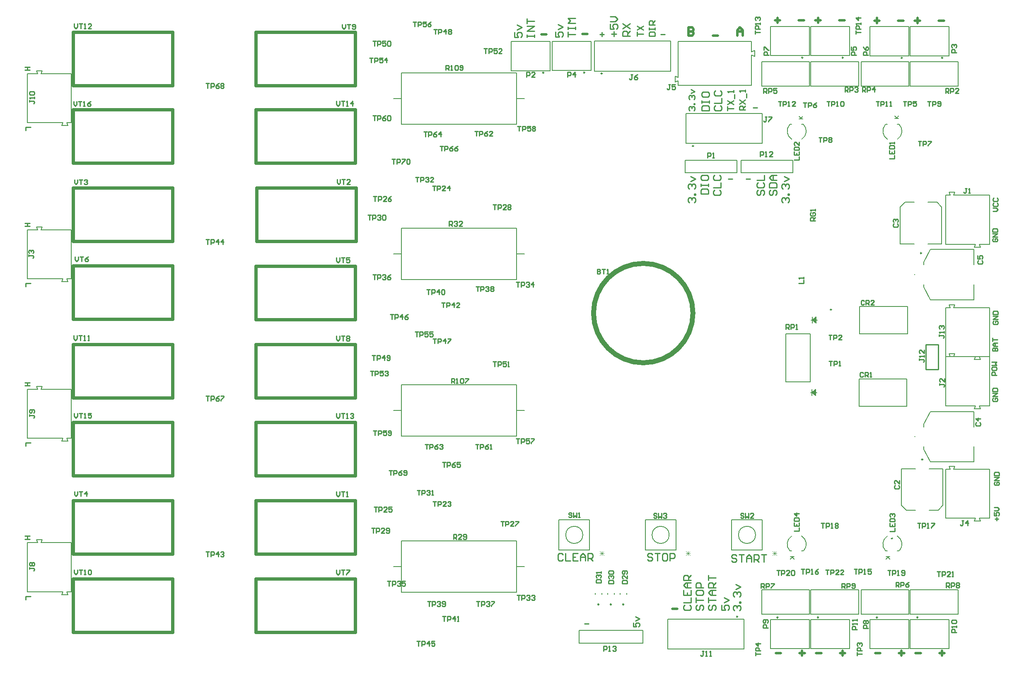
<source format=gbr>
%TF.GenerationSoftware,Altium Limited,Altium Designer,21.6.4 (81)*%
G04 Layer_Color=65535*
%FSLAX43Y43*%
%MOMM*%
%TF.SameCoordinates,5D8205C6-A8A5-4108-8313-488A8EE5113E*%
%TF.FilePolarity,Positive*%
%TF.FileFunction,Legend,Top*%
%TF.Part,Single*%
G01*
G75*
%TA.AperFunction,NonConductor*%
%ADD80C,0.250*%
%ADD81C,0.152*%
%ADD82C,0.200*%
%ADD84C,0.254*%
%ADD85C,0.076*%
%ADD110C,1.016*%
%ADD111C,0.635*%
%ADD112C,0.500*%
D80*
X195070Y113880D02*
G03*
X195070Y113880I-125J0D01*
G01*
X175893Y51094D02*
G03*
X175893Y51094I-125J0D01*
G01*
X152627Y53603D02*
G03*
X152627Y53603I-125J0D01*
G01*
X150087D02*
G03*
X150087Y53603I-125J0D01*
G01*
X147547D02*
G03*
X147547Y53603I-125J0D01*
G01*
X212723Y50944D02*
G03*
X212723Y50944I-125J0D01*
G01*
X204468D02*
G03*
X204468Y50944I-125J0D01*
G01*
X184148D02*
G03*
X184148Y50944I-125J0D01*
G01*
X192403D02*
G03*
X192403Y50944I-125J0D01*
G01*
X213739Y83233D02*
G03*
X213739Y83233I-125J0D01*
G01*
X213485Y125422D02*
G03*
X213485Y125422I-125J0D01*
G01*
X166876Y147326D02*
G03*
X166876Y147326I-125J0D01*
G01*
X217803Y165337D02*
G03*
X217803Y165337I-125J0D01*
G01*
X209548D02*
G03*
X209548Y165337I-125J0D01*
G01*
X197483Y165383D02*
G03*
X197483Y165383I-125J0D01*
G01*
X189228D02*
G03*
X189228Y165383I-125J0D01*
G01*
X148207Y162139D02*
G03*
X148207Y162139I-125J0D01*
G01*
X144651Y162335D02*
G03*
X144651Y162335I-125J0D01*
G01*
X136269Y162289D02*
G03*
X136269Y162289I-125J0D01*
G01*
X145419Y49661D02*
X144586D01*
X147697Y170120D02*
X148530D01*
X148114Y170536D02*
Y169703D01*
X160193Y170120D02*
X161026D01*
X179066Y155190D02*
X179899D01*
X178439Y140593D02*
X177606D01*
X173986Y140585D02*
X174819D01*
D81*
X144247Y67818D02*
G03*
X144247Y67818I-1753J0D01*
G01*
X179553D02*
G03*
X179553Y67818I-1753J0D01*
G01*
X161900D02*
G03*
X161900Y67818I-1753J0D01*
G01*
X139370Y70942D02*
X145618D01*
X139370Y64694D02*
Y70942D01*
Y64694D02*
X145618D01*
Y70942D01*
X174676D02*
X180924D01*
X174676Y64694D02*
Y70942D01*
Y64694D02*
X180924D01*
Y70942D01*
X157023D02*
X163271D01*
X157023Y64694D02*
Y70942D01*
Y64694D02*
X163271D01*
Y70942D01*
X190933Y111731D02*
X192203D01*
X191187Y111096D02*
Y112366D01*
Y111731D02*
X191949Y112366D01*
X191187Y111731D02*
X191949Y112239D01*
X191187Y111731D02*
X191949Y112112D01*
X191187Y111731D02*
X191949Y111985D01*
X191187Y111731D02*
X191949Y111858D01*
X191187Y111731D02*
X191949Y111096D01*
X191187Y111731D02*
X191949Y111223D01*
X191187Y111731D02*
X191949Y111350D01*
X191187Y111731D02*
X191949Y111477D01*
X191187Y111731D02*
X191949Y111604D01*
Y111096D02*
Y112366D01*
X200839Y108949D02*
X210592D01*
Y114512D01*
X200839D02*
X210592D01*
X200839Y108949D02*
Y114512D01*
X200711Y94120D02*
Y99682D01*
X210464D01*
Y94120D02*
Y99682D01*
X200711Y94120D02*
X210464D01*
X191821Y96266D02*
Y97536D01*
X191059Y96901D02*
X191821Y96774D01*
X191059Y96901D02*
X191821Y96647D01*
X191059Y96901D02*
X191821Y96520D01*
X191059Y96901D02*
X191821Y96393D01*
X191059Y96901D02*
X191821Y96266D01*
X191059Y96901D02*
X191821Y97028D01*
X191059Y96901D02*
X191821Y97155D01*
X191059Y96901D02*
X191821Y97282D01*
X191059Y96901D02*
X191821Y97409D01*
X191059Y96901D02*
X191821Y97536D01*
X191059Y96266D02*
Y97536D01*
X190805Y96901D02*
X192075D01*
X207010Y63373D02*
X206248D01*
X206502D01*
X207010Y62865D01*
X206629Y63246D01*
X206248Y62865D01*
X187452Y63373D02*
X186690D01*
X186944D01*
X187452Y62865D01*
X187071Y63246D01*
X186690Y62865D01*
X188468Y152903D02*
X189230D01*
X188976D01*
X188468Y153411D01*
X188849Y153030D01*
X189230Y153411D01*
X208026Y152908D02*
X208788D01*
X208534D01*
X208026Y153416D01*
X208407Y153035D01*
X208788Y153416D01*
D82*
X212143Y121031D02*
G03*
X212043Y121031I-50J0D01*
G01*
D02*
G03*
X212143Y121031I50J0D01*
G01*
D02*
G03*
X212043Y121031I-50J0D01*
G01*
X208961Y64601D02*
G03*
X208540Y67574I-1443J1312D01*
G01*
X206496D02*
G03*
X206139Y64534I1022J-1661D01*
G01*
X189403Y64601D02*
G03*
X188982Y67574I-1443J1312D01*
G01*
X186938D02*
G03*
X186581Y64534I1022J-1661D01*
G01*
X212143Y87884D02*
G03*
X212043Y87884I-50J0D01*
G01*
D02*
G03*
X212143Y87884I50J0D01*
G01*
D02*
G03*
X212043Y87884I-50J0D01*
G01*
X186517Y151675D02*
G03*
X186938Y148702I1443J-1312D01*
G01*
X188982D02*
G03*
X189339Y151742I-1022J1661D01*
G01*
X208540Y148707D02*
G03*
X208897Y151747I-1022J1661D01*
G01*
X206075Y151680D02*
G03*
X206496Y148707I1443J-1312D01*
G01*
X105542Y157022D02*
X107172D01*
X130672D02*
X132302D01*
X130672Y151772D02*
Y162272D01*
X107172D02*
X130672D01*
X107172Y151772D02*
Y162272D01*
Y151772D02*
X130672D01*
X177218Y44494D02*
Y50594D01*
X161618D02*
X177218D01*
X161618Y44494D02*
Y50594D01*
Y44494D02*
X177218D01*
X156487Y45645D02*
Y48335D01*
X143487D02*
X156487D01*
X143487Y45645D02*
Y48335D01*
Y45645D02*
X156487D01*
X153202Y55628D02*
Y55878D01*
X151852Y55628D02*
Y55878D01*
X149312Y55628D02*
Y55878D01*
X150662Y55628D02*
Y55878D01*
X146772Y55628D02*
Y55878D01*
X148122Y55628D02*
Y55878D01*
X220917Y159577D02*
Y164537D01*
X211137Y159577D02*
X220917D01*
X211137D02*
Y164537D01*
X220917D01*
X210884Y159572D02*
Y164532D01*
X201104Y159572D02*
X210884D01*
X201104D02*
Y164532D01*
X210884D01*
X200597Y159577D02*
Y164537D01*
X190817Y159577D02*
X200597D01*
X190817D02*
Y164537D01*
X200597D01*
X190564Y159577D02*
Y164537D01*
X180784Y159577D02*
X190564D01*
X180784D02*
Y164537D01*
X190564D01*
X213893Y118456D02*
Y119031D01*
Y118456D02*
X215293Y115881D01*
X224193D01*
Y119031D01*
Y123031D02*
Y126181D01*
X215293D02*
X224193D01*
X213893Y123606D02*
X215293Y126181D01*
X213893Y123031D02*
Y123606D01*
X220043Y114231D02*
X220293Y114831D01*
X219093D02*
X220293D01*
X219093D02*
X219343Y114231D01*
X224293Y103631D02*
X224543Y104231D01*
X225243D02*
X225493Y103631D01*
X224293D02*
X225493D01*
X218393Y104231D02*
X224543D01*
X225243D02*
X227393D01*
Y114231D01*
X218393Y104231D02*
Y114231D01*
X219343D01*
X220043D02*
X227393D01*
X220043Y104227D02*
X220293Y104827D01*
X219093D02*
X220293D01*
X219093D02*
X219343Y104227D01*
X224293Y93627D02*
X224543Y94227D01*
X225243D02*
X225493Y93627D01*
X224293D02*
X225493D01*
X218393Y94227D02*
X224543D01*
X225243D02*
X227393D01*
Y104227D01*
X218393Y94227D02*
Y104227D01*
X219343D01*
X220043D02*
X227393D01*
X220043Y81240D02*
X227393D01*
X218393D02*
X219343D01*
X218393Y71240D02*
Y81240D01*
X227393Y71240D02*
Y81240D01*
X225243Y71240D02*
X227393D01*
X218393D02*
X224543D01*
X224293Y70640D02*
X225493D01*
X225243Y71240D02*
X225493Y70640D01*
X224293D02*
X224543Y71240D01*
X219093Y81840D02*
X219343Y81240D01*
X219093Y81840D02*
X220293D01*
X220043Y81240D02*
X220293Y81840D01*
X201104Y51617D02*
X210884D01*
Y56577D01*
X201104D02*
X210884D01*
X201104Y51617D02*
Y56577D01*
X211137Y51617D02*
X220917D01*
Y56577D01*
X211137D02*
X220917D01*
X211137Y51617D02*
Y56577D01*
X190817Y51617D02*
X200597D01*
Y56577D01*
X190817D02*
X200597D01*
X190817Y51617D02*
Y56577D01*
X180784Y51617D02*
X190564D01*
Y56577D01*
X180784D02*
X190564D01*
X180784Y51617D02*
Y56577D01*
X211158Y50519D02*
X219118D01*
X211158Y44569D02*
Y50519D01*
Y44569D02*
X219118D01*
Y50519D01*
X202903D02*
X210863D01*
X202903Y44569D02*
Y50519D01*
Y44569D02*
X210863D01*
Y50519D01*
X182583D02*
X190543D01*
X182583Y44569D02*
Y50519D01*
Y44569D02*
X190543D01*
Y50519D01*
X190838D02*
X198798D01*
X190838Y44569D02*
Y50519D01*
Y44569D02*
X198798D01*
Y50519D01*
X208534Y64516D02*
X208876D01*
X206139D02*
X206502D01*
X208876D02*
X208961Y64601D01*
X188976Y64516D02*
X189318D01*
X186581D02*
X186944D01*
X189318D02*
X189403Y64601D01*
X215014Y81333D02*
X217864D01*
X209364D02*
X212214D01*
X217864Y73833D02*
Y81333D01*
X216864Y72833D02*
X217864Y73833D01*
X215014Y72833D02*
X216864D01*
X210364D02*
X212214D01*
X209364Y73833D02*
X210364Y72833D01*
X209364Y73833D02*
Y81333D01*
X213893Y85309D02*
Y85884D01*
Y85309D02*
X215293Y82734D01*
X224193D01*
Y85884D01*
Y89884D02*
Y93034D01*
X215293D02*
X224193D01*
X213893Y90459D02*
X215293Y93034D01*
X213893Y89884D02*
Y90459D01*
X209110Y127322D02*
X211960D01*
X214760D02*
X217610D01*
X209110D02*
Y134822D01*
X210110Y135822D01*
X211960D01*
X214760D02*
X216610D01*
X217610Y134822D01*
Y127322D02*
Y134822D01*
X220043Y137247D02*
X227393D01*
X218393D02*
X219343D01*
X218393Y127247D02*
Y137247D01*
X227393Y127247D02*
Y137247D01*
X225243Y127247D02*
X227393D01*
X218393D02*
X224543D01*
X224293Y126647D02*
X225493D01*
X225243Y127247D02*
X225493Y126647D01*
X224293D02*
X224543Y127247D01*
X219093Y137847D02*
X219343Y137247D01*
X219093Y137847D02*
X220293D01*
X220043Y137247D02*
X220293Y137847D01*
X165301Y153926D02*
X180901D01*
Y147826D02*
Y153926D01*
X165301Y147826D02*
X180901D01*
X165301D02*
Y153926D01*
X165164Y144399D02*
X175704Y144399D01*
X165164Y141859D02*
Y144399D01*
Y141859D02*
X175704Y141859D01*
Y144399D01*
X176594Y141859D02*
X187134Y141859D01*
Y144399D01*
X176594Y144399D02*
X187134Y144399D01*
X176594Y141859D02*
Y144399D01*
X186602Y151760D02*
X186944D01*
X188976D02*
X189339D01*
X186517Y151675D02*
X186602Y151760D01*
X206075Y151680D02*
X206160Y151765D01*
X208534D02*
X208897D01*
X206160D02*
X206502D01*
X211158Y165762D02*
Y171712D01*
X219118D01*
Y165762D02*
Y171712D01*
X211158Y165762D02*
X219118D01*
X202903D02*
Y171712D01*
X210863D01*
Y165762D02*
Y171712D01*
X202903Y165762D02*
X210863D01*
X190838Y165808D02*
Y171758D01*
X198798D01*
Y165808D02*
Y171758D01*
X190838Y165808D02*
X198798D01*
X182583D02*
Y171758D01*
X190543D01*
Y165808D02*
Y171758D01*
X182583Y165808D02*
X190543D01*
X163743Y161369D02*
Y168719D01*
Y159719D02*
Y160669D01*
X163143Y160419D02*
X163743Y160669D01*
X163143Y160419D02*
Y161619D01*
X163743Y161369D01*
X178743Y165869D02*
X179343Y165619D01*
X178743Y166569D02*
X179343Y166819D01*
Y165619D02*
Y166819D01*
X178743Y159719D02*
Y165869D01*
Y166569D02*
Y168719D01*
X163743D02*
X178743D01*
X163743Y159719D02*
X178743D01*
X146632Y168739D02*
X162232D01*
Y162639D02*
Y168739D01*
X146632Y162639D02*
X162232D01*
X146632D02*
Y168739D01*
X138006Y162760D02*
X145966D01*
Y168710D01*
X138006D02*
X145966D01*
X138006Y162760D02*
Y168710D01*
X129624Y162714D02*
X137584D01*
Y168664D01*
X129624D02*
X137584D01*
X129624Y162714D02*
Y168664D01*
X105542Y125222D02*
X107172D01*
X130672D02*
X132302D01*
X130672Y119972D02*
Y130472D01*
X107172D02*
X130672D01*
X107172Y119972D02*
Y130472D01*
Y119972D02*
X130672D01*
X107199Y87968D02*
X130699D01*
X107199D02*
Y98468D01*
X130699D01*
Y87968D02*
Y98468D01*
Y93218D02*
X132329D01*
X105569D02*
X107199D01*
X105542Y61341D02*
X107172D01*
X130672D02*
X132302D01*
X130672Y56091D02*
Y66591D01*
X107172D02*
X130672D01*
X107172Y56091D02*
Y66591D01*
Y56091D02*
X130672D01*
X185734Y99123D02*
X190694D01*
X185734D02*
Y108903D01*
X190694D01*
Y99123D02*
Y108903D01*
X30679Y152099D02*
X38029D01*
X38729D02*
X39679D01*
Y162099D01*
X30679Y152099D02*
Y162099D01*
X32829D01*
X33529D02*
X39679D01*
X32579Y162699D02*
X33779D01*
X32579D02*
X32829Y162099D01*
X33529D02*
X33779Y162699D01*
X38729Y152099D02*
X38979Y151499D01*
X37779D02*
X38979D01*
X37779D02*
X38029Y152099D01*
X30671Y120182D02*
X38021D01*
X38721D02*
X39671D01*
Y130182D01*
X30671Y120182D02*
Y130182D01*
X32821D01*
X33521D02*
X39671D01*
X32571Y130782D02*
X33771D01*
X32571D02*
X32821Y130182D01*
X33521D02*
X33771Y130782D01*
X38721Y120182D02*
X38971Y119582D01*
X37771D02*
X38971D01*
X37771D02*
X38021Y120182D01*
X30679Y87583D02*
X38029D01*
X38729D02*
X39679D01*
Y97583D01*
X30679Y87583D02*
Y97583D01*
X32829D01*
X33529D02*
X39679D01*
X32579Y98183D02*
X33779D01*
X32579D02*
X32829Y97583D01*
X33529D02*
X33779Y98183D01*
X38729Y87583D02*
X38979Y86983D01*
X37779D02*
X38979D01*
X37779D02*
X38029Y87583D01*
X30679Y56214D02*
X38029D01*
X38729D02*
X39679D01*
Y66214D01*
X30679Y56214D02*
Y66214D01*
X32829D01*
X33529D02*
X39679D01*
X32579Y66814D02*
X33779D01*
X32579D02*
X32829Y66214D01*
X33529D02*
X33779Y66814D01*
X38729Y56214D02*
X38979Y55614D01*
X37779D02*
X38979D01*
X37779D02*
X38029Y56214D01*
D84*
X214376Y101600D02*
X216916D01*
Y103124D02*
Y105156D01*
X214376Y106680D02*
X216916D01*
X214376Y101600D02*
Y106680D01*
X216916Y101600D02*
Y103124D01*
Y105156D02*
Y106680D01*
X207391Y67056D02*
X207518Y67183D01*
X207264Y67056D02*
X207391D01*
X175641Y63500D02*
X175387Y63754D01*
X174879D01*
X174625Y63500D01*
Y63246D01*
X174879Y62992D01*
X175387D01*
X175641Y62738D01*
Y62484D01*
X175387Y62230D01*
X174879D01*
X174625Y62484D01*
X176149Y63754D02*
X177164D01*
X176656D01*
Y62230D01*
X177672D02*
Y63246D01*
X178180Y63754D01*
X178688Y63246D01*
Y62230D01*
Y62992D01*
X177672D01*
X179196Y62230D02*
Y63754D01*
X179957D01*
X180211Y63500D01*
Y62992D01*
X179957Y62738D01*
X179196D01*
X179703D02*
X180211Y62230D01*
X180719Y63754D02*
X181735D01*
X181227D01*
Y62230D01*
X154589Y49848D02*
Y49022D01*
X155209D01*
X155003Y49435D01*
Y49642D01*
X155209Y49848D01*
X155622D01*
X155829Y49642D01*
Y49229D01*
X155622Y49022D01*
X155003Y50262D02*
X155829Y50675D01*
X155003Y51088D01*
X166099Y154559D02*
X165892Y154766D01*
Y155179D01*
X166099Y155385D01*
X166306D01*
X166512Y155179D01*
Y154972D01*
Y155179D01*
X166719Y155385D01*
X166925D01*
X167132Y155179D01*
Y154766D01*
X166925Y154559D01*
X167132Y155799D02*
X166925D01*
Y156005D01*
X167132D01*
Y155799D01*
X166099Y156832D02*
X165892Y157038D01*
Y157451D01*
X166099Y157658D01*
X166306D01*
X166512Y157451D01*
Y157245D01*
Y157451D01*
X166719Y157658D01*
X166925D01*
X167132Y157451D01*
Y157038D01*
X166925Y156832D01*
X166306Y158071D02*
X167132Y158484D01*
X166306Y158898D01*
X130302Y170561D02*
Y169545D01*
X131064D01*
X130810Y170053D01*
Y170307D01*
X131064Y170561D01*
X131572D01*
X131826Y170307D01*
Y169799D01*
X131572Y169545D01*
X130810Y171069D02*
X131826Y171576D01*
X130810Y172084D01*
X138684Y170607D02*
Y169591D01*
X139446D01*
X139192Y170099D01*
Y170353D01*
X139446Y170607D01*
X139954D01*
X140208Y170353D01*
Y169845D01*
X139954Y169591D01*
X139192Y171115D02*
X140208Y171622D01*
X139192Y172130D01*
X185166Y135763D02*
X184913Y136017D01*
Y136525D01*
X185166Y136779D01*
X185420D01*
X185674Y136525D01*
Y136271D01*
Y136525D01*
X185928Y136779D01*
X186182D01*
X186436Y136525D01*
Y136017D01*
X186182Y135763D01*
X186436Y137287D02*
X186182D01*
Y137540D01*
X186436D01*
Y137287D01*
X185166Y138556D02*
X184913Y138810D01*
Y139318D01*
X185166Y139572D01*
X185420D01*
X185674Y139318D01*
Y139064D01*
Y139318D01*
X185928Y139572D01*
X186182D01*
X186436Y139318D01*
Y138810D01*
X186182Y138556D01*
X185420Y140080D02*
X186436Y140587D01*
X185420Y141095D01*
X165989Y135763D02*
X165735Y136017D01*
Y136525D01*
X165989Y136779D01*
X166243D01*
X166497Y136525D01*
Y136271D01*
Y136525D01*
X166751Y136779D01*
X167005D01*
X167259Y136525D01*
Y136017D01*
X167005Y135763D01*
X167259Y137287D02*
X167005D01*
Y137540D01*
X167259D01*
Y137287D01*
X165989Y138556D02*
X165735Y138810D01*
Y139318D01*
X165989Y139572D01*
X166243D01*
X166497Y139318D01*
Y139064D01*
Y139318D01*
X166751Y139572D01*
X167005D01*
X167259Y139318D01*
Y138810D01*
X167005Y138556D01*
X166243Y140080D02*
X167259Y140587D01*
X166243Y141095D01*
X141224Y169591D02*
Y170607D01*
Y170099D01*
X142748D01*
X141224Y171115D02*
Y171622D01*
Y171368D01*
X142748D01*
Y171115D01*
Y171622D01*
Y172384D02*
X141224D01*
X141732Y172892D01*
X141224Y173400D01*
X142748D01*
X132842Y169545D02*
Y170053D01*
Y169799D01*
X134366D01*
Y169545D01*
Y170053D01*
Y170815D02*
X132842D01*
X134366Y171830D01*
X132842D01*
Y172338D02*
Y173354D01*
Y172846D01*
X134366D01*
X153924Y169799D02*
X152400D01*
Y170561D01*
X152654Y170815D01*
X153162D01*
X153416Y170561D01*
Y169799D01*
Y170307D02*
X153924Y170815D01*
X152400Y171323D02*
X153924Y172338D01*
X152400D02*
X153924Y171323D01*
X150622Y169672D02*
Y170688D01*
X150114Y170180D02*
X151130D01*
X149860Y172211D02*
Y171196D01*
X150622D01*
X150368Y171703D01*
Y171957D01*
X150622Y172211D01*
X151130D01*
X151384Y171957D01*
Y171449D01*
X151130Y171196D01*
X149860Y172719D02*
X150876D01*
X151384Y173227D01*
X150876Y173735D01*
X149860D01*
X155351Y169799D02*
Y170625D01*
Y170212D01*
X156591D01*
X155351Y171039D02*
X156591Y171865D01*
X155351D02*
X156591Y171039D01*
X157764Y169799D02*
X159004D01*
Y170419D01*
X158797Y170625D01*
X157971D01*
X157764Y170419D01*
Y169799D01*
Y171039D02*
Y171452D01*
Y171245D01*
X159004D01*
Y171039D01*
Y171452D01*
Y172072D02*
X157764D01*
Y172691D01*
X157971Y172898D01*
X158384D01*
X158591Y172691D01*
Y172072D01*
Y172485D02*
X159004Y172898D01*
X177466Y154686D02*
X176227D01*
Y155306D01*
X176433Y155512D01*
X176847D01*
X177053Y155306D01*
Y154686D01*
Y155099D02*
X177466Y155512D01*
X176227Y155926D02*
X177466Y156752D01*
X176227D02*
X177466Y155926D01*
X177673Y157165D02*
Y157992D01*
X177466Y158405D02*
Y158818D01*
Y158611D01*
X176227D01*
X176433Y158405D01*
X173814Y154559D02*
Y155385D01*
Y154972D01*
X175053D01*
X173814Y155799D02*
X175053Y156625D01*
X173814D02*
X175053Y155799D01*
X175260Y157038D02*
Y157865D01*
X175053Y158278D02*
Y158691D01*
Y158484D01*
X173814D01*
X174020Y158278D01*
X168529Y154559D02*
X170053D01*
Y155321D01*
X169799Y155575D01*
X168783D01*
X168529Y155321D01*
Y154559D01*
Y156083D02*
Y156590D01*
Y156336D01*
X170053D01*
Y156083D01*
Y156590D01*
X168529Y158114D02*
Y157606D01*
X168783Y157352D01*
X169799D01*
X170053Y157606D01*
Y158114D01*
X169799Y158368D01*
X168783D01*
X168529Y158114D01*
X171323Y155575D02*
X171069Y155321D01*
Y154813D01*
X171323Y154559D01*
X172339D01*
X172593Y154813D01*
Y155321D01*
X172339Y155575D01*
X171069Y156083D02*
X172593D01*
Y157098D01*
X171323Y158622D02*
X171069Y158368D01*
Y157860D01*
X171323Y157606D01*
X172339D01*
X172593Y157860D01*
Y158368D01*
X172339Y158622D01*
X165100Y53467D02*
X164846Y53213D01*
Y52705D01*
X165100Y52451D01*
X166116D01*
X166370Y52705D01*
Y53213D01*
X166116Y53467D01*
X164846Y53975D02*
X166370D01*
Y54990D01*
X164846Y56514D02*
Y55498D01*
X166370D01*
Y56514D01*
X165608Y55498D02*
Y56006D01*
X166370Y57022D02*
X165354D01*
X164846Y57529D01*
X165354Y58037D01*
X166370D01*
X165608D01*
Y57022D01*
X166370Y58545D02*
X164846D01*
Y59307D01*
X165100Y59561D01*
X165608D01*
X165862Y59307D01*
Y58545D01*
Y59053D02*
X166370Y59561D01*
X167640Y53467D02*
X167386Y53213D01*
Y52705D01*
X167640Y52451D01*
X167894D01*
X168148Y52705D01*
Y53213D01*
X168402Y53467D01*
X168656D01*
X168910Y53213D01*
Y52705D01*
X168656Y52451D01*
X167386Y53975D02*
Y54990D01*
Y54482D01*
X168910D01*
X167386Y56260D02*
Y55752D01*
X167640Y55498D01*
X168656D01*
X168910Y55752D01*
Y56260D01*
X168656Y56514D01*
X167640D01*
X167386Y56260D01*
X168910Y57022D02*
X167386D01*
Y57783D01*
X167640Y58037D01*
X168148D01*
X168402Y57783D01*
Y57022D01*
X170180Y53467D02*
X169926Y53213D01*
Y52705D01*
X170180Y52451D01*
X170434D01*
X170688Y52705D01*
Y53213D01*
X170942Y53467D01*
X171196D01*
X171450Y53213D01*
Y52705D01*
X171196Y52451D01*
X169926Y53975D02*
Y54990D01*
Y54482D01*
X171450D01*
Y55498D02*
X170434D01*
X169926Y56006D01*
X170434Y56514D01*
X171450D01*
X170688D01*
Y55498D01*
X171450Y57022D02*
X169926D01*
Y57783D01*
X170180Y58037D01*
X170688D01*
X170942Y57783D01*
Y57022D01*
Y57529D02*
X171450Y58037D01*
X169926Y58545D02*
Y59561D01*
Y59053D01*
X171450D01*
X172593Y53467D02*
Y52451D01*
X173355D01*
X173101Y52959D01*
Y53213D01*
X173355Y53467D01*
X173863D01*
X174117Y53213D01*
Y52705D01*
X173863Y52451D01*
X173101Y53975D02*
X174117Y54482D01*
X173101Y54990D01*
X175260Y52324D02*
X175006Y52578D01*
Y53086D01*
X175260Y53340D01*
X175514D01*
X175768Y53086D01*
Y52832D01*
Y53086D01*
X176022Y53340D01*
X176276D01*
X176530Y53086D01*
Y52578D01*
X176276Y52324D01*
X176530Y53848D02*
X176276D01*
Y54101D01*
X176530D01*
Y53848D01*
X175260Y55117D02*
X175006Y55371D01*
Y55879D01*
X175260Y56133D01*
X175514D01*
X175768Y55879D01*
Y55625D01*
Y55879D01*
X176022Y56133D01*
X176276D01*
X176530Y55879D01*
Y55371D01*
X176276Y55117D01*
X175514Y56641D02*
X176530Y57148D01*
X175514Y57656D01*
X140208Y63754D02*
X139954Y64008D01*
X139446D01*
X139192Y63754D01*
Y62738D01*
X139446Y62484D01*
X139954D01*
X140208Y62738D01*
X140716Y64008D02*
Y62484D01*
X141731D01*
X143255Y64008D02*
X142239D01*
Y62484D01*
X143255D01*
X142239Y63246D02*
X142747D01*
X143763Y62484D02*
Y63500D01*
X144270Y64008D01*
X144778Y63500D01*
Y62484D01*
Y63246D01*
X143763D01*
X145286Y62484D02*
Y64008D01*
X146048D01*
X146302Y63754D01*
Y63246D01*
X146048Y62992D01*
X145286D01*
X145794D02*
X146302Y62484D01*
X158496Y63754D02*
X158242Y64008D01*
X157734D01*
X157480Y63754D01*
Y63500D01*
X157734Y63246D01*
X158242D01*
X158496Y62992D01*
Y62738D01*
X158242Y62484D01*
X157734D01*
X157480Y62738D01*
X159004Y64008D02*
X160019D01*
X159511D01*
Y62484D01*
X161289Y64008D02*
X160781D01*
X160527Y63754D01*
Y62738D01*
X160781Y62484D01*
X161289D01*
X161543Y62738D01*
Y63754D01*
X161289Y64008D01*
X162051Y62484D02*
Y64008D01*
X162812D01*
X163066Y63754D01*
Y63246D01*
X162812Y62992D01*
X162051D01*
X180086Y138303D02*
X179832Y138049D01*
Y137541D01*
X180086Y137287D01*
X180340D01*
X180594Y137541D01*
Y138049D01*
X180848Y138303D01*
X181102D01*
X181356Y138049D01*
Y137541D01*
X181102Y137287D01*
X180086Y139826D02*
X179832Y139572D01*
Y139064D01*
X180086Y138811D01*
X181102D01*
X181356Y139064D01*
Y139572D01*
X181102Y139826D01*
X179832Y140334D02*
X181356D01*
Y141350D01*
X182626Y138303D02*
X182372Y138049D01*
Y137541D01*
X182626Y137287D01*
X182880D01*
X183134Y137541D01*
Y138049D01*
X183388Y138303D01*
X183642D01*
X183896Y138049D01*
Y137541D01*
X183642Y137287D01*
X182372Y138811D02*
X183896D01*
Y139572D01*
X183642Y139826D01*
X182626D01*
X182372Y139572D01*
Y138811D01*
X183896Y140334D02*
X182880D01*
X182372Y140842D01*
X182880Y141350D01*
X183896D01*
X183134D01*
Y140334D01*
X171196Y138303D02*
X170942Y138049D01*
Y137541D01*
X171196Y137287D01*
X172212D01*
X172466Y137541D01*
Y138049D01*
X172212Y138303D01*
X170942Y138811D02*
X172466D01*
Y139826D01*
X171196Y141350D02*
X170942Y141096D01*
Y140588D01*
X171196Y140334D01*
X172212D01*
X172466Y140588D01*
Y141096D01*
X172212Y141350D01*
X168402Y137541D02*
X169926D01*
Y138303D01*
X169672Y138557D01*
X168656D01*
X168402Y138303D01*
Y137541D01*
Y139065D02*
Y139572D01*
Y139318D01*
X169926D01*
Y139065D01*
Y139572D01*
X168402Y141096D02*
Y140588D01*
X168656Y140334D01*
X169672D01*
X169926Y140588D01*
Y141096D01*
X169672Y141350D01*
X168656D01*
X168402Y141096D01*
X30242Y66929D02*
X31242D01*
X30742D01*
Y67595D01*
X30242D01*
X31242D01*
X31353Y55245D02*
X30353D01*
Y54579D01*
X30242Y98298D02*
X31242D01*
X30742D01*
Y98964D01*
X30242D01*
X31242D01*
X31353Y86614D02*
X30353D01*
Y85948D01*
X30234Y130897D02*
X31234D01*
X30734D01*
Y131563D01*
X30234D01*
X31234D01*
X31345Y119213D02*
X30345D01*
Y118546D01*
X31353Y151130D02*
X30353D01*
Y150464D01*
X30242Y162814D02*
X31242D01*
X30742D01*
Y163480D01*
X30242D01*
X31242D01*
X228148Y128428D02*
X227981Y128262D01*
Y127929D01*
X228148Y127762D01*
X228814D01*
X228981Y127929D01*
Y128262D01*
X228814Y128428D01*
X228481D01*
Y128095D01*
X228981Y128762D02*
X227981D01*
X228981Y129428D01*
X227981D01*
Y129761D02*
X228981D01*
Y130261D01*
X228814Y130428D01*
X228148D01*
X227981Y130261D01*
Y129761D01*
X228108Y133985D02*
X228775D01*
X229108Y134318D01*
X228775Y134651D01*
X228108D01*
X228275Y135651D02*
X228108Y135485D01*
Y135151D01*
X228275Y134985D01*
X228941D01*
X229108Y135151D01*
Y135485D01*
X228941Y135651D01*
X228275Y136651D02*
X228108Y136484D01*
Y136151D01*
X228275Y135984D01*
X228941D01*
X229108Y136151D01*
Y136484D01*
X228941Y136651D01*
X228862Y70739D02*
Y71405D01*
X228529Y71072D02*
X229195D01*
X228362Y72405D02*
Y71739D01*
X228862D01*
X228696Y72072D01*
Y72239D01*
X228862Y72405D01*
X229195D01*
X229362Y72239D01*
Y71905D01*
X229195Y71739D01*
X228362Y72738D02*
X229029D01*
X229362Y73072D01*
X229029Y73405D01*
X228362D01*
X228529Y78644D02*
X228362Y78478D01*
Y78145D01*
X228529Y77978D01*
X229195D01*
X229362Y78145D01*
Y78478D01*
X229195Y78644D01*
X228862D01*
Y78311D01*
X229362Y78978D02*
X228362D01*
X229362Y79644D01*
X228362D01*
Y79977D02*
X229362D01*
Y80477D01*
X229195Y80644D01*
X228529D01*
X228362Y80477D01*
Y79977D01*
X228148Y95789D02*
X227981Y95623D01*
Y95290D01*
X228148Y95123D01*
X228814D01*
X228981Y95290D01*
Y95623D01*
X228814Y95789D01*
X228481D01*
Y95456D01*
X228981Y96123D02*
X227981D01*
X228981Y96789D01*
X227981D01*
Y97122D02*
X228981D01*
Y97622D01*
X228814Y97789D01*
X228148D01*
X227981Y97622D01*
Y97122D01*
X228854Y100457D02*
X227854D01*
Y100957D01*
X228021Y101123D01*
X228354D01*
X228521Y100957D01*
Y100457D01*
X227854Y101957D02*
Y101623D01*
X228021Y101457D01*
X228687D01*
X228854Y101623D01*
Y101957D01*
X228687Y102123D01*
X228021D01*
X227854Y101957D01*
Y102456D02*
X228854D01*
X228521Y102790D01*
X228854Y103123D01*
X227854D01*
X227981Y105410D02*
X228981D01*
Y105910D01*
X228814Y106076D01*
X228648D01*
X228481Y105910D01*
Y105410D01*
Y105910D01*
X228315Y106076D01*
X228148D01*
X227981Y105910D01*
Y105410D01*
X228981Y106410D02*
X228315D01*
X227981Y106743D01*
X228315Y107076D01*
X228981D01*
X228481D01*
Y106410D01*
X227981Y107409D02*
Y108076D01*
Y107743D01*
X228981D01*
X228275Y111537D02*
X228108Y111371D01*
Y111038D01*
X228275Y110871D01*
X228941D01*
X229108Y111038D01*
Y111371D01*
X228941Y111537D01*
X228608D01*
Y111204D01*
X229108Y111871D02*
X228108D01*
X229108Y112537D01*
X228108D01*
Y112870D02*
X229108D01*
Y113370D01*
X228941Y113537D01*
X228275D01*
X228108Y113370D01*
Y112870D01*
X191762Y132057D02*
X190762D01*
Y132557D01*
X190929Y132723D01*
X191262D01*
X191429Y132557D01*
Y132057D01*
Y132390D02*
X191762Y132723D01*
X190929Y133723D02*
X190762Y133556D01*
Y133223D01*
X190929Y133056D01*
X191595D01*
X191762Y133223D01*
Y133556D01*
X191595Y133723D01*
X191262D01*
Y133390D01*
X191762Y134056D02*
Y134389D01*
Y134223D01*
X190762D01*
X190929Y134056D01*
X181824Y153281D02*
X181491D01*
X181658D01*
Y152448D01*
X181491Y152281D01*
X181325D01*
X181158Y152448D01*
X182158Y153281D02*
X182824D01*
Y153114D01*
X182158Y152448D01*
Y152281D01*
X185776Y109855D02*
Y110855D01*
X186275D01*
X186442Y110688D01*
Y110355D01*
X186275Y110188D01*
X185776D01*
X186109D02*
X186442Y109855D01*
X186775D02*
Y110855D01*
X187275D01*
X187442Y110688D01*
Y110355D01*
X187275Y110188D01*
X186775D01*
X187775Y109855D02*
X188108D01*
X187942D01*
Y110855D01*
X187775Y110688D01*
X188349Y119222D02*
X189349D01*
Y119888D01*
Y120221D02*
Y120554D01*
Y120388D01*
X188349D01*
X188516Y120221D01*
X217051Y108764D02*
Y108431D01*
Y108597D01*
X217884D01*
X218051Y108431D01*
Y108264D01*
X217884Y108097D01*
X218051Y109097D02*
Y109430D01*
Y109264D01*
X217051D01*
X217218Y109097D01*
Y109930D02*
X217051Y110097D01*
Y110430D01*
X217218Y110597D01*
X217384D01*
X217551Y110430D01*
Y110263D01*
Y110430D01*
X217718Y110597D01*
X217884D01*
X218051Y110430D01*
Y110097D01*
X217884Y109930D01*
X212987Y103811D02*
Y103478D01*
Y103644D01*
X213820D01*
X213987Y103478D01*
Y103311D01*
X213820Y103144D01*
X213987Y104144D02*
Y104477D01*
Y104311D01*
X212987D01*
X213154Y104144D01*
X213987Y105644D02*
Y104977D01*
X213320Y105644D01*
X213154D01*
X212987Y105477D01*
Y105144D01*
X213154Y104977D01*
X169001Y44061D02*
X168668D01*
X168835D01*
Y43228D01*
X168668Y43061D01*
X168502D01*
X168335Y43228D01*
X169335Y43061D02*
X169668D01*
X169501D01*
Y44061D01*
X169335Y43894D01*
X170168Y43061D02*
X170501D01*
X170334D01*
Y44061D01*
X170168Y43894D01*
X40161Y156456D02*
Y155789D01*
X40494Y155456D01*
X40827Y155789D01*
Y156456D01*
X41160D02*
X41827D01*
X41493D01*
Y155456D01*
X42160D02*
X42493D01*
X42327D01*
Y156456D01*
X42160Y156289D01*
X43659Y156456D02*
X43326Y156289D01*
X42993Y155956D01*
Y155623D01*
X43160Y155456D01*
X43493D01*
X43659Y155623D01*
Y155789D01*
X43493Y155956D01*
X42993D01*
X40288Y92702D02*
Y92035D01*
X40621Y91702D01*
X40954Y92035D01*
Y92702D01*
X41287D02*
X41954D01*
X41620D01*
Y91702D01*
X42287D02*
X42620D01*
X42454D01*
Y92702D01*
X42287Y92535D01*
X43786Y92702D02*
X43120D01*
Y92202D01*
X43453Y92369D01*
X43620D01*
X43786Y92202D01*
Y91869D01*
X43620Y91702D01*
X43287D01*
X43120Y91869D01*
X93878Y156498D02*
Y155832D01*
X94212Y155499D01*
X94545Y155832D01*
Y156498D01*
X94878D02*
X95545D01*
X95211D01*
Y155499D01*
X95878D02*
X96211D01*
X96044D01*
Y156498D01*
X95878Y156332D01*
X97211Y155499D02*
Y156498D01*
X96711Y155999D01*
X97377D01*
X93878Y92643D02*
Y91976D01*
X94212Y91643D01*
X94545Y91976D01*
Y92643D01*
X94878D02*
X95545D01*
X95211D01*
Y91643D01*
X95878D02*
X96211D01*
X96044D01*
Y92643D01*
X95878Y92476D01*
X96711D02*
X96877Y92643D01*
X97211D01*
X97377Y92476D01*
Y92310D01*
X97211Y92143D01*
X97044D01*
X97211D01*
X97377Y91976D01*
Y91810D01*
X97211Y91643D01*
X96877D01*
X96711Y91810D01*
X40288Y172331D02*
Y171664D01*
X40621Y171331D01*
X40954Y171664D01*
Y172331D01*
X41287D02*
X41954D01*
X41620D01*
Y171331D01*
X42287D02*
X42620D01*
X42454D01*
Y172331D01*
X42287Y172164D01*
X43786Y171331D02*
X43120D01*
X43786Y171998D01*
Y172164D01*
X43620Y172331D01*
X43287D01*
X43120Y172164D01*
X40200Y108577D02*
Y107910D01*
X40533Y107577D01*
X40867Y107910D01*
Y108577D01*
X41200D02*
X41866D01*
X41533D01*
Y107577D01*
X42200D02*
X42533D01*
X42366D01*
Y108577D01*
X42200Y108410D01*
X43033Y107577D02*
X43366D01*
X43199D01*
Y108577D01*
X43033Y108410D01*
X40288Y60698D02*
Y60031D01*
X40621Y59698D01*
X40954Y60031D01*
Y60698D01*
X41287D02*
X41954D01*
X41620D01*
Y59698D01*
X42287D02*
X42620D01*
X42454D01*
Y60698D01*
X42287Y60531D01*
X43120D02*
X43287Y60698D01*
X43620D01*
X43786Y60531D01*
Y59865D01*
X43620Y59698D01*
X43287D01*
X43120Y59865D01*
Y60531D01*
X95060Y172204D02*
Y171537D01*
X95393Y171204D01*
X95727Y171537D01*
Y172204D01*
X96060D02*
X96726D01*
X96393D01*
Y171204D01*
X97059Y171371D02*
X97226Y171204D01*
X97559D01*
X97726Y171371D01*
Y172037D01*
X97559Y172204D01*
X97226D01*
X97059Y172037D01*
Y171871D01*
X97226Y171704D01*
X97726D01*
X93878Y108492D02*
Y107826D01*
X94212Y107493D01*
X94545Y107826D01*
Y108492D01*
X94878D02*
X95545D01*
X95211D01*
Y107493D01*
X95878Y108326D02*
X96044Y108492D01*
X96378D01*
X96544Y108326D01*
Y108159D01*
X96378Y107993D01*
X96544Y107826D01*
Y107659D01*
X96378Y107493D01*
X96044D01*
X95878Y107659D01*
Y107826D01*
X96044Y107993D01*
X95878Y108159D01*
Y108326D01*
X96044Y107993D02*
X96378D01*
X93878Y60639D02*
Y59972D01*
X94212Y59639D01*
X94545Y59972D01*
Y60639D01*
X94878D02*
X95545D01*
X95211D01*
Y59639D01*
X95878Y60639D02*
X96544D01*
Y60472D01*
X95878Y59806D01*
Y59639D01*
X40450Y124706D02*
Y124039D01*
X40783Y123706D01*
X41117Y124039D01*
Y124706D01*
X41450D02*
X42116D01*
X41783D01*
Y123706D01*
X43116Y124706D02*
X42783Y124539D01*
X42449Y124206D01*
Y123873D01*
X42616Y123706D01*
X42949D01*
X43116Y123873D01*
Y124039D01*
X42949Y124206D01*
X42449D01*
X93878Y124494D02*
Y123828D01*
X94212Y123495D01*
X94545Y123828D01*
Y124494D01*
X94878D02*
X95545D01*
X95211D01*
Y123495D01*
X96544Y124494D02*
X95878D01*
Y123995D01*
X96211Y124161D01*
X96378D01*
X96544Y123995D01*
Y123661D01*
X96378Y123495D01*
X96044D01*
X95878Y123661D01*
X40323Y76700D02*
Y76033D01*
X40656Y75700D01*
X40990Y76033D01*
Y76700D01*
X41323D02*
X41989D01*
X41656D01*
Y75700D01*
X42822D02*
Y76700D01*
X42322Y76200D01*
X42989D01*
X40323Y140454D02*
Y139787D01*
X40656Y139454D01*
X40990Y139787D01*
Y140454D01*
X41323D02*
X41989D01*
X41656D01*
Y139454D01*
X42322Y140287D02*
X42489Y140454D01*
X42822D01*
X42989Y140287D01*
Y140121D01*
X42822Y139954D01*
X42656D01*
X42822D01*
X42989Y139787D01*
Y139621D01*
X42822Y139454D01*
X42489D01*
X42322Y139621D01*
X94005Y140496D02*
Y139830D01*
X94339Y139497D01*
X94672Y139830D01*
Y140496D01*
X95005D02*
X95672D01*
X95338D01*
Y139497D01*
X96671D02*
X96005D01*
X96671Y140163D01*
Y140330D01*
X96505Y140496D01*
X96171D01*
X96005Y140330D01*
X93878Y76641D02*
Y75974D01*
X94212Y75641D01*
X94545Y75974D01*
Y76641D01*
X94878D02*
X95545D01*
X95211D01*
Y75641D01*
X95878D02*
X96211D01*
X96044D01*
Y76641D01*
X95878Y76474D01*
X105228Y144645D02*
X105895D01*
X105561D01*
Y143645D01*
X106228D02*
Y144645D01*
X106728D01*
X106894Y144478D01*
Y144145D01*
X106728Y143978D01*
X106228D01*
X107228Y144645D02*
X107894D01*
Y144478D01*
X107228Y143812D01*
Y143645D01*
X108227Y144478D02*
X108394Y144645D01*
X108727D01*
X108894Y144478D01*
Y143812D01*
X108727Y143645D01*
X108394D01*
X108227Y143812D01*
Y144478D01*
X104593Y81018D02*
X105260D01*
X104926D01*
Y80018D01*
X105593D02*
Y81018D01*
X106093D01*
X106259Y80851D01*
Y80518D01*
X106093Y80351D01*
X105593D01*
X107259Y81018D02*
X106926Y80851D01*
X106593Y80518D01*
Y80185D01*
X106759Y80018D01*
X107092D01*
X107259Y80185D01*
Y80351D01*
X107092Y80518D01*
X106593D01*
X107592Y80185D02*
X107759Y80018D01*
X108092D01*
X108259Y80185D01*
Y80851D01*
X108092Y81018D01*
X107759D01*
X107592Y80851D01*
Y80685D01*
X107759Y80518D01*
X108259D01*
X67208Y160105D02*
X67875D01*
X67542D01*
Y159106D01*
X68208D02*
Y160105D01*
X68708D01*
X68875Y159939D01*
Y159605D01*
X68708Y159439D01*
X68208D01*
X69874Y160105D02*
X69541Y159939D01*
X69208Y159605D01*
Y159272D01*
X69374Y159106D01*
X69708D01*
X69874Y159272D01*
Y159439D01*
X69708Y159605D01*
X69208D01*
X70207Y159939D02*
X70374Y160105D01*
X70707D01*
X70874Y159939D01*
Y159772D01*
X70707Y159605D01*
X70874Y159439D01*
Y159272D01*
X70707Y159106D01*
X70374D01*
X70207Y159272D01*
Y159439D01*
X70374Y159605D01*
X70207Y159772D01*
Y159939D01*
X70374Y159605D02*
X70707D01*
X67208Y96224D02*
X67875D01*
X67542D01*
Y95225D01*
X68208D02*
Y96224D01*
X68708D01*
X68875Y96058D01*
Y95724D01*
X68708Y95558D01*
X68208D01*
X69874Y96224D02*
X69541Y96058D01*
X69208Y95724D01*
Y95391D01*
X69374Y95225D01*
X69708D01*
X69874Y95391D01*
Y95558D01*
X69708Y95724D01*
X69208D01*
X70207Y96224D02*
X70874D01*
Y96058D01*
X70207Y95391D01*
Y95225D01*
X115007Y147312D02*
X115674D01*
X115340D01*
Y146312D01*
X116007D02*
Y147312D01*
X116507D01*
X116673Y147145D01*
Y146812D01*
X116507Y146645D01*
X116007D01*
X117673Y147312D02*
X117340Y147145D01*
X117007Y146812D01*
Y146479D01*
X117173Y146312D01*
X117506D01*
X117673Y146479D01*
Y146645D01*
X117506Y146812D01*
X117007D01*
X118673Y147312D02*
X118340Y147145D01*
X118006Y146812D01*
Y146479D01*
X118173Y146312D01*
X118506D01*
X118673Y146479D01*
Y146645D01*
X118506Y146812D01*
X118006D01*
X115515Y82669D02*
X116182D01*
X115848D01*
Y81669D01*
X116515D02*
Y82669D01*
X117015D01*
X117181Y82502D01*
Y82169D01*
X117015Y82002D01*
X116515D01*
X118181Y82669D02*
X117848Y82502D01*
X117515Y82169D01*
Y81836D01*
X117681Y81669D01*
X118014D01*
X118181Y81836D01*
Y82002D01*
X118014Y82169D01*
X117515D01*
X119181Y82669D02*
X118514D01*
Y82169D01*
X118848Y82336D01*
X119014D01*
X119181Y82169D01*
Y81836D01*
X119014Y81669D01*
X118681D01*
X118514Y81836D01*
X111705Y150233D02*
X112372D01*
X112038D01*
Y149233D01*
X112705D02*
Y150233D01*
X113205D01*
X113371Y150066D01*
Y149733D01*
X113205Y149566D01*
X112705D01*
X114371Y150233D02*
X114038Y150066D01*
X113705Y149733D01*
Y149400D01*
X113871Y149233D01*
X114204D01*
X114371Y149400D01*
Y149566D01*
X114204Y149733D01*
X113705D01*
X115204Y149233D02*
Y150233D01*
X114704Y149733D01*
X115371D01*
X111959Y86352D02*
X112626D01*
X112292D01*
Y85352D01*
X112959D02*
Y86352D01*
X113459D01*
X113625Y86185D01*
Y85852D01*
X113459Y85685D01*
X112959D01*
X114625Y86352D02*
X114292Y86185D01*
X113959Y85852D01*
Y85519D01*
X114125Y85352D01*
X114458D01*
X114625Y85519D01*
Y85685D01*
X114458Y85852D01*
X113959D01*
X114958Y86185D02*
X115125Y86352D01*
X115458D01*
X115625Y86185D01*
Y86019D01*
X115458Y85852D01*
X115292D01*
X115458D01*
X115625Y85685D01*
Y85519D01*
X115458Y85352D01*
X115125D01*
X114958Y85519D01*
X122119Y150360D02*
X122786D01*
X122452D01*
Y149360D01*
X123119D02*
Y150360D01*
X123619D01*
X123785Y150193D01*
Y149860D01*
X123619Y149693D01*
X123119D01*
X124785Y150360D02*
X124452Y150193D01*
X124119Y149860D01*
Y149527D01*
X124285Y149360D01*
X124618D01*
X124785Y149527D01*
Y149693D01*
X124618Y149860D01*
X124119D01*
X125785Y149360D02*
X125118D01*
X125785Y150027D01*
Y150193D01*
X125618Y150360D01*
X125285D01*
X125118Y150193D01*
X122286Y86352D02*
X122952D01*
X122619D01*
Y85352D01*
X123286D02*
Y86352D01*
X123785D01*
X123952Y86185D01*
Y85852D01*
X123785Y85685D01*
X123286D01*
X124952Y86352D02*
X124618Y86185D01*
X124285Y85852D01*
Y85519D01*
X124452Y85352D01*
X124785D01*
X124952Y85519D01*
Y85685D01*
X124785Y85852D01*
X124285D01*
X125285Y85352D02*
X125618D01*
X125452D01*
Y86352D01*
X125285Y86185D01*
X101291Y153535D02*
X101958D01*
X101624D01*
Y152535D01*
X102291D02*
Y153535D01*
X102791D01*
X102957Y153368D01*
Y153035D01*
X102791Y152868D01*
X102291D01*
X103957Y153535D02*
X103624Y153368D01*
X103291Y153035D01*
Y152702D01*
X103457Y152535D01*
X103790D01*
X103957Y152702D01*
Y152868D01*
X103790Y153035D01*
X103291D01*
X104290Y153368D02*
X104457Y153535D01*
X104790D01*
X104957Y153368D01*
Y152702D01*
X104790Y152535D01*
X104457D01*
X104290Y152702D01*
Y153368D01*
X101418Y89146D02*
X102085D01*
X101751D01*
Y88146D01*
X102418D02*
Y89146D01*
X102918D01*
X103084Y88979D01*
Y88646D01*
X102918Y88479D01*
X102418D01*
X104084Y89146D02*
X103418D01*
Y88646D01*
X103751Y88813D01*
X103917D01*
X104084Y88646D01*
Y88313D01*
X103917Y88146D01*
X103584D01*
X103418Y88313D01*
X104417D02*
X104584Y88146D01*
X104917D01*
X105084Y88313D01*
Y88979D01*
X104917Y89146D01*
X104584D01*
X104417Y88979D01*
Y88813D01*
X104584Y88646D01*
X105084D01*
X130882Y151376D02*
X131549D01*
X131215D01*
Y150376D01*
X131882D02*
Y151376D01*
X132382D01*
X132548Y151209D01*
Y150876D01*
X132382Y150709D01*
X131882D01*
X133548Y151376D02*
X132882D01*
Y150876D01*
X133215Y151043D01*
X133381D01*
X133548Y150876D01*
Y150543D01*
X133381Y150376D01*
X133048D01*
X132882Y150543D01*
X133881Y151209D02*
X134048Y151376D01*
X134381D01*
X134548Y151209D01*
Y151043D01*
X134381Y150876D01*
X134548Y150709D01*
Y150543D01*
X134381Y150376D01*
X134048D01*
X133881Y150543D01*
Y150709D01*
X134048Y150876D01*
X133881Y151043D01*
Y151209D01*
X134048Y150876D02*
X134381D01*
X130628Y87495D02*
X131295D01*
X130961D01*
Y86495D01*
X131628D02*
Y87495D01*
X132128D01*
X132294Y87328D01*
Y86995D01*
X132128Y86828D01*
X131628D01*
X133294Y87495D02*
X132628D01*
Y86995D01*
X132961Y87162D01*
X133127D01*
X133294Y86995D01*
Y86662D01*
X133127Y86495D01*
X132794D01*
X132628Y86662D01*
X133627Y87495D02*
X134294D01*
Y87328D01*
X133627Y86662D01*
Y86495D01*
X109546Y172712D02*
X110213D01*
X109879D01*
Y171712D01*
X110546D02*
Y172712D01*
X111046D01*
X111212Y172545D01*
Y172212D01*
X111046Y172045D01*
X110546D01*
X112212Y172712D02*
X111546D01*
Y172212D01*
X111879Y172379D01*
X112045D01*
X112212Y172212D01*
Y171879D01*
X112045Y171712D01*
X111712D01*
X111546Y171879D01*
X113212Y172712D02*
X112879Y172545D01*
X112545Y172212D01*
Y171879D01*
X112712Y171712D01*
X113045D01*
X113212Y171879D01*
Y172045D01*
X113045Y172212D01*
X112545D01*
X109927Y109339D02*
X110594D01*
X110260D01*
Y108339D01*
X110927D02*
Y109339D01*
X111427D01*
X111593Y109172D01*
Y108839D01*
X111427Y108672D01*
X110927D01*
X112593Y109339D02*
X111927D01*
Y108839D01*
X112260Y109006D01*
X112426D01*
X112593Y108839D01*
Y108506D01*
X112426Y108339D01*
X112093D01*
X111927Y108506D01*
X113593Y109339D02*
X112926D01*
Y108839D01*
X113260Y109006D01*
X113426D01*
X113593Y108839D01*
Y108506D01*
X113426Y108339D01*
X113093D01*
X112926Y108506D01*
X100656Y165346D02*
X101323D01*
X100989D01*
Y164346D01*
X101656D02*
Y165346D01*
X102156D01*
X102322Y165179D01*
Y164846D01*
X102156Y164679D01*
X101656D01*
X103322Y165346D02*
X102656D01*
Y164846D01*
X102989Y165013D01*
X103155D01*
X103322Y164846D01*
Y164513D01*
X103155Y164346D01*
X102822D01*
X102656Y164513D01*
X104155Y164346D02*
Y165346D01*
X103655Y164846D01*
X104322D01*
X100783Y101338D02*
X101450D01*
X101116D01*
Y100338D01*
X101783D02*
Y101338D01*
X102283D01*
X102449Y101171D01*
Y100838D01*
X102283Y100671D01*
X101783D01*
X103449Y101338D02*
X102783D01*
Y100838D01*
X103116Y101005D01*
X103282D01*
X103449Y100838D01*
Y100505D01*
X103282Y100338D01*
X102949D01*
X102783Y100505D01*
X103782Y101171D02*
X103949Y101338D01*
X104282D01*
X104449Y101171D01*
Y101005D01*
X104282Y100838D01*
X104116D01*
X104282D01*
X104449Y100671D01*
Y100505D01*
X104282Y100338D01*
X103949D01*
X103782Y100505D01*
X124024Y167251D02*
X124691D01*
X124357D01*
Y166251D01*
X125024D02*
Y167251D01*
X125524D01*
X125690Y167084D01*
Y166751D01*
X125524Y166584D01*
X125024D01*
X126690Y167251D02*
X126024D01*
Y166751D01*
X126357Y166918D01*
X126523D01*
X126690Y166751D01*
Y166418D01*
X126523Y166251D01*
X126190D01*
X126024Y166418D01*
X127690Y166251D02*
X127023D01*
X127690Y166918D01*
Y167084D01*
X127523Y167251D01*
X127190D01*
X127023Y167084D01*
X125882Y103209D02*
X126549D01*
X126216D01*
Y102210D01*
X126882D02*
Y103209D01*
X127382D01*
X127549Y103043D01*
Y102709D01*
X127382Y102543D01*
X126882D01*
X128548Y103209D02*
X127882D01*
Y102709D01*
X128215Y102876D01*
X128382D01*
X128548Y102709D01*
Y102376D01*
X128382Y102210D01*
X128048D01*
X127882Y102376D01*
X128881Y102210D02*
X129215D01*
X129048D01*
Y103209D01*
X128881Y103043D01*
X101291Y168775D02*
X101958D01*
X101624D01*
Y167775D01*
X102291D02*
Y168775D01*
X102791D01*
X102957Y168608D01*
Y168275D01*
X102791Y168108D01*
X102291D01*
X103957Y168775D02*
X103291D01*
Y168275D01*
X103624Y168442D01*
X103790D01*
X103957Y168275D01*
Y167942D01*
X103790Y167775D01*
X103457D01*
X103291Y167942D01*
X104290Y168608D02*
X104457Y168775D01*
X104790D01*
X104957Y168608D01*
Y167942D01*
X104790Y167775D01*
X104457D01*
X104290Y167942D01*
Y168608D01*
X101164Y104513D02*
X101831D01*
X101497D01*
Y103513D01*
X102164D02*
Y104513D01*
X102664D01*
X102830Y104346D01*
Y104013D01*
X102664Y103846D01*
X102164D01*
X103663Y103513D02*
Y104513D01*
X103164Y104013D01*
X103830D01*
X104163Y103680D02*
X104330Y103513D01*
X104663D01*
X104830Y103680D01*
Y104346D01*
X104663Y104513D01*
X104330D01*
X104163Y104346D01*
Y104180D01*
X104330Y104013D01*
X104830D01*
X113737Y171188D02*
X114404D01*
X114070D01*
Y170188D01*
X114737D02*
Y171188D01*
X115237D01*
X115403Y171021D01*
Y170688D01*
X115237Y170521D01*
X114737D01*
X116236Y170188D02*
Y171188D01*
X115737Y170688D01*
X116403D01*
X116736Y171021D02*
X116903Y171188D01*
X117236D01*
X117403Y171021D01*
Y170855D01*
X117236Y170688D01*
X117403Y170521D01*
Y170355D01*
X117236Y170188D01*
X116903D01*
X116736Y170355D01*
Y170521D01*
X116903Y170688D01*
X116736Y170855D01*
Y171021D01*
X116903Y170688D02*
X117236D01*
X113610Y107942D02*
X114277D01*
X113943D01*
Y106942D01*
X114610D02*
Y107942D01*
X115110D01*
X115276Y107775D01*
Y107442D01*
X115110Y107275D01*
X114610D01*
X116109Y106942D02*
Y107942D01*
X115610Y107442D01*
X116276D01*
X116609Y107942D02*
X117276D01*
Y107775D01*
X116609Y107109D01*
Y106942D01*
X104847Y112895D02*
X105514D01*
X105180D01*
Y111895D01*
X105847D02*
Y112895D01*
X106347D01*
X106513Y112728D01*
Y112395D01*
X106347Y112228D01*
X105847D01*
X107346Y111895D02*
Y112895D01*
X106847Y112395D01*
X107513D01*
X108513Y112895D02*
X108180Y112728D01*
X107846Y112395D01*
Y112062D01*
X108013Y111895D01*
X108346D01*
X108513Y112062D01*
Y112228D01*
X108346Y112395D01*
X107846D01*
X110308Y46093D02*
X110975D01*
X110641D01*
Y45093D01*
X111308D02*
Y46093D01*
X111808D01*
X111974Y45926D01*
Y45593D01*
X111808Y45426D01*
X111308D01*
X112807Y45093D02*
Y46093D01*
X112308Y45593D01*
X112974D01*
X113974Y46093D02*
X113307D01*
Y45593D01*
X113641Y45760D01*
X113807D01*
X113974Y45593D01*
Y45260D01*
X113807Y45093D01*
X113474D01*
X113307Y45260D01*
X67208Y128228D02*
X67875D01*
X67542D01*
Y127229D01*
X68208D02*
Y128228D01*
X68708D01*
X68875Y128062D01*
Y127728D01*
X68708Y127562D01*
X68208D01*
X69708Y127229D02*
Y128228D01*
X69208Y127728D01*
X69874D01*
X70707Y127229D02*
Y128228D01*
X70207Y127728D01*
X70874D01*
X67208Y64347D02*
X67875D01*
X67542D01*
Y63348D01*
X68208D02*
Y64347D01*
X68708D01*
X68875Y64181D01*
Y63847D01*
X68708Y63681D01*
X68208D01*
X69708Y63348D02*
Y64347D01*
X69208Y63847D01*
X69874D01*
X70207Y64181D02*
X70374Y64347D01*
X70707D01*
X70874Y64181D01*
Y64014D01*
X70707Y63847D01*
X70541D01*
X70707D01*
X70874Y63681D01*
Y63514D01*
X70707Y63348D01*
X70374D01*
X70207Y63514D01*
X115388Y115308D02*
X116055D01*
X115721D01*
Y114308D01*
X116388D02*
Y115308D01*
X116888D01*
X117054Y115141D01*
Y114808D01*
X116888Y114641D01*
X116388D01*
X117887Y114308D02*
Y115308D01*
X117388Y114808D01*
X118054D01*
X119054Y114308D02*
X118387D01*
X119054Y114975D01*
Y115141D01*
X118887Y115308D01*
X118554D01*
X118387Y115141D01*
X115555Y51173D02*
X116221D01*
X115888D01*
Y50173D01*
X116555D02*
Y51173D01*
X117054D01*
X117221Y51006D01*
Y50673D01*
X117054Y50506D01*
X116555D01*
X118054Y50173D02*
Y51173D01*
X117554Y50673D01*
X118221D01*
X118554Y50173D02*
X118887D01*
X118721D01*
Y51173D01*
X118554Y51006D01*
X112340Y117975D02*
X113007D01*
X112673D01*
Y116975D01*
X113340D02*
Y117975D01*
X113840D01*
X114006Y117808D01*
Y117475D01*
X113840Y117308D01*
X113340D01*
X114839Y116975D02*
Y117975D01*
X114340Y117475D01*
X115006D01*
X115339Y117808D02*
X115506Y117975D01*
X115839D01*
X116006Y117808D01*
Y117142D01*
X115839Y116975D01*
X115506D01*
X115339Y117142D01*
Y117808D01*
X112467Y54221D02*
X113134D01*
X112800D01*
Y53221D01*
X113467D02*
Y54221D01*
X113967D01*
X114133Y54054D01*
Y53721D01*
X113967Y53554D01*
X113467D01*
X114467Y54054D02*
X114633Y54221D01*
X114966D01*
X115133Y54054D01*
Y53888D01*
X114966Y53721D01*
X114800D01*
X114966D01*
X115133Y53554D01*
Y53388D01*
X114966Y53221D01*
X114633D01*
X114467Y53388D01*
X115466D02*
X115633Y53221D01*
X115966D01*
X116133Y53388D01*
Y54054D01*
X115966Y54221D01*
X115633D01*
X115466Y54054D01*
Y53888D01*
X115633Y53721D01*
X116133D01*
X122373Y118610D02*
X123040D01*
X122706D01*
Y117610D01*
X123373D02*
Y118610D01*
X123873D01*
X124039Y118443D01*
Y118110D01*
X123873Y117943D01*
X123373D01*
X124373Y118443D02*
X124539Y118610D01*
X124872D01*
X125039Y118443D01*
Y118277D01*
X124872Y118110D01*
X124706D01*
X124872D01*
X125039Y117943D01*
Y117777D01*
X124872Y117610D01*
X124539D01*
X124373Y117777D01*
X125372Y118443D02*
X125539Y118610D01*
X125872D01*
X126039Y118443D01*
Y118277D01*
X125872Y118110D01*
X126039Y117943D01*
Y117777D01*
X125872Y117610D01*
X125539D01*
X125372Y117777D01*
Y117943D01*
X125539Y118110D01*
X125372Y118277D01*
Y118443D01*
X125539Y118110D02*
X125872D01*
X122500Y54221D02*
X123167D01*
X122833D01*
Y53221D01*
X123500D02*
Y54221D01*
X124000D01*
X124166Y54054D01*
Y53721D01*
X124000Y53554D01*
X123500D01*
X124500Y54054D02*
X124666Y54221D01*
X124999D01*
X125166Y54054D01*
Y53888D01*
X124999Y53721D01*
X124833D01*
X124999D01*
X125166Y53554D01*
Y53388D01*
X124999Y53221D01*
X124666D01*
X124500Y53388D01*
X125499Y54221D02*
X126166D01*
Y54054D01*
X125499Y53388D01*
Y53221D01*
X101291Y121023D02*
X101958D01*
X101624D01*
Y120023D01*
X102291D02*
Y121023D01*
X102791D01*
X102957Y120856D01*
Y120523D01*
X102791Y120356D01*
X102291D01*
X103291Y120856D02*
X103457Y121023D01*
X103790D01*
X103957Y120856D01*
Y120690D01*
X103790Y120523D01*
X103624D01*
X103790D01*
X103957Y120356D01*
Y120190D01*
X103790Y120023D01*
X103457D01*
X103291Y120190D01*
X104957Y121023D02*
X104624Y120856D01*
X104290Y120523D01*
Y120190D01*
X104457Y120023D01*
X104790D01*
X104957Y120190D01*
Y120356D01*
X104790Y120523D01*
X104290D01*
X104292Y58378D02*
X104959D01*
X104626D01*
Y57379D01*
X105292D02*
Y58378D01*
X105792D01*
X105959Y58212D01*
Y57878D01*
X105792Y57712D01*
X105292D01*
X106292Y58212D02*
X106458Y58378D01*
X106792D01*
X106958Y58212D01*
Y58045D01*
X106792Y57878D01*
X106625D01*
X106792D01*
X106958Y57712D01*
Y57545D01*
X106792Y57379D01*
X106458D01*
X106292Y57545D01*
X107958Y58378D02*
X107291D01*
Y57878D01*
X107625Y58045D01*
X107791D01*
X107958Y57878D01*
Y57545D01*
X107791Y57379D01*
X107458D01*
X107291Y57545D01*
X130628Y119499D02*
X131295D01*
X130961D01*
Y118499D01*
X131628D02*
Y119499D01*
X132128D01*
X132294Y119332D01*
Y118999D01*
X132128Y118832D01*
X131628D01*
X132628Y119332D02*
X132794Y119499D01*
X133127D01*
X133294Y119332D01*
Y119166D01*
X133127Y118999D01*
X132961D01*
X133127D01*
X133294Y118832D01*
Y118666D01*
X133127Y118499D01*
X132794D01*
X132628Y118666D01*
X134127Y118499D02*
Y119499D01*
X133627Y118999D01*
X134294D01*
X130755Y55491D02*
X131422D01*
X131088D01*
Y54491D01*
X131755D02*
Y55491D01*
X132255D01*
X132421Y55324D01*
Y54991D01*
X132255Y54824D01*
X131755D01*
X132755Y55324D02*
X132921Y55491D01*
X133254D01*
X133421Y55324D01*
Y55158D01*
X133254Y54991D01*
X133088D01*
X133254D01*
X133421Y54824D01*
Y54658D01*
X133254Y54491D01*
X132921D01*
X132755Y54658D01*
X133754Y55324D02*
X133921Y55491D01*
X134254D01*
X134421Y55324D01*
Y55158D01*
X134254Y54991D01*
X134088D01*
X134254D01*
X134421Y54824D01*
Y54658D01*
X134254Y54491D01*
X133921D01*
X133754Y54658D01*
X110054Y140962D02*
X110721D01*
X110387D01*
Y139962D01*
X111054D02*
Y140962D01*
X111554D01*
X111720Y140795D01*
Y140462D01*
X111554Y140295D01*
X111054D01*
X112054Y140795D02*
X112220Y140962D01*
X112553D01*
X112720Y140795D01*
Y140629D01*
X112553Y140462D01*
X112387D01*
X112553D01*
X112720Y140295D01*
Y140129D01*
X112553Y139962D01*
X112220D01*
X112054Y140129D01*
X113720Y139962D02*
X113053D01*
X113720Y140629D01*
Y140795D01*
X113553Y140962D01*
X113220D01*
X113053Y140795D01*
X110348Y76954D02*
X111014D01*
X110681D01*
Y75954D01*
X111348D02*
Y76954D01*
X111847D01*
X112014Y76787D01*
Y76454D01*
X111847Y76287D01*
X111348D01*
X112347Y76787D02*
X112514Y76954D01*
X112847D01*
X113014Y76787D01*
Y76621D01*
X112847Y76454D01*
X112680D01*
X112847D01*
X113014Y76287D01*
Y76121D01*
X112847Y75954D01*
X112514D01*
X112347Y76121D01*
X113347Y75954D02*
X113680D01*
X113514D01*
Y76954D01*
X113347Y76787D01*
X100275Y133215D02*
X100942D01*
X100608D01*
Y132215D01*
X101275D02*
Y133215D01*
X101775D01*
X101941Y133048D01*
Y132715D01*
X101775Y132548D01*
X101275D01*
X102275Y133048D02*
X102441Y133215D01*
X102774D01*
X102941Y133048D01*
Y132882D01*
X102774Y132715D01*
X102608D01*
X102774D01*
X102941Y132548D01*
Y132382D01*
X102774Y132215D01*
X102441D01*
X102275Y132382D01*
X103274Y133048D02*
X103441Y133215D01*
X103774D01*
X103941Y133048D01*
Y132382D01*
X103774Y132215D01*
X103441D01*
X103274Y132382D01*
Y133048D01*
X101037Y69207D02*
X101704D01*
X101370D01*
Y68207D01*
X102037D02*
Y69207D01*
X102537D01*
X102703Y69040D01*
Y68707D01*
X102537Y68540D01*
X102037D01*
X103703Y68207D02*
X103037D01*
X103703Y68874D01*
Y69040D01*
X103536Y69207D01*
X103203D01*
X103037Y69040D01*
X104036Y68374D02*
X104203Y68207D01*
X104536D01*
X104703Y68374D01*
Y69040D01*
X104536Y69207D01*
X104203D01*
X104036Y69040D01*
Y68874D01*
X104203Y68707D01*
X104703D01*
X125882Y135340D02*
X126549D01*
X126216D01*
Y134341D01*
X126882D02*
Y135340D01*
X127382D01*
X127549Y135174D01*
Y134840D01*
X127382Y134674D01*
X126882D01*
X128548Y134341D02*
X127882D01*
X128548Y135007D01*
Y135174D01*
X128382Y135340D01*
X128048D01*
X127882Y135174D01*
X128881D02*
X129048Y135340D01*
X129381D01*
X129548Y135174D01*
Y135007D01*
X129381Y134840D01*
X129548Y134674D01*
Y134507D01*
X129381Y134341D01*
X129048D01*
X128881Y134507D01*
Y134674D01*
X129048Y134840D01*
X128881Y135007D01*
Y135174D01*
X129048Y134840D02*
X129381D01*
X127453Y70604D02*
X128120D01*
X127786D01*
Y69604D01*
X128453D02*
Y70604D01*
X128953D01*
X129119Y70437D01*
Y70104D01*
X128953Y69937D01*
X128453D01*
X130119Y69604D02*
X129453D01*
X130119Y70271D01*
Y70437D01*
X129952Y70604D01*
X129619D01*
X129453Y70437D01*
X130452Y70604D02*
X131119D01*
Y70437D01*
X130452Y69771D01*
Y69604D01*
X101418Y137025D02*
X102085D01*
X101751D01*
Y136025D01*
X102418D02*
Y137025D01*
X102918D01*
X103084Y136858D01*
Y136525D01*
X102918Y136358D01*
X102418D01*
X104084Y136025D02*
X103418D01*
X104084Y136692D01*
Y136858D01*
X103917Y137025D01*
X103584D01*
X103418Y136858D01*
X105084Y137025D02*
X104751Y136858D01*
X104417Y136525D01*
Y136192D01*
X104584Y136025D01*
X104917D01*
X105084Y136192D01*
Y136358D01*
X104917Y136525D01*
X104417D01*
X101545Y73525D02*
X102212D01*
X101878D01*
Y72525D01*
X102545D02*
Y73525D01*
X103045D01*
X103211Y73358D01*
Y73025D01*
X103045Y72858D01*
X102545D01*
X104211Y72525D02*
X103545D01*
X104211Y73192D01*
Y73358D01*
X104044Y73525D01*
X103711D01*
X103545Y73358D01*
X105211Y73525D02*
X104544D01*
Y73025D01*
X104878Y73192D01*
X105044D01*
X105211Y73025D01*
Y72692D01*
X105044Y72525D01*
X104711D01*
X104544Y72692D01*
X113483Y139184D02*
X114150D01*
X113816D01*
Y138184D01*
X114483D02*
Y139184D01*
X114983D01*
X115149Y139017D01*
Y138684D01*
X114983Y138517D01*
X114483D01*
X116149Y138184D02*
X115483D01*
X116149Y138851D01*
Y139017D01*
X115982Y139184D01*
X115649D01*
X115483Y139017D01*
X116982Y138184D02*
Y139184D01*
X116482Y138684D01*
X117149D01*
X113610Y74668D02*
X114277D01*
X113943D01*
Y73668D01*
X114610D02*
Y74668D01*
X115110D01*
X115276Y74501D01*
Y74168D01*
X115110Y74001D01*
X114610D01*
X116276Y73668D02*
X115610D01*
X116276Y74335D01*
Y74501D01*
X116109Y74668D01*
X115776D01*
X115610Y74501D01*
X116609D02*
X116776Y74668D01*
X117109D01*
X117276Y74501D01*
Y74335D01*
X117109Y74168D01*
X116943D01*
X117109D01*
X117276Y74001D01*
Y73835D01*
X117109Y73668D01*
X116776D01*
X116609Y73835D01*
X193874Y60698D02*
X194541D01*
X194207D01*
Y59698D01*
X194874D02*
Y60698D01*
X195374D01*
X195540Y60531D01*
Y60198D01*
X195374Y60031D01*
X194874D01*
X196540Y59698D02*
X195874D01*
X196540Y60365D01*
Y60531D01*
X196373Y60698D01*
X196040D01*
X195874Y60531D01*
X197540Y59698D02*
X196873D01*
X197540Y60365D01*
Y60531D01*
X197373Y60698D01*
X197040D01*
X196873Y60531D01*
X216647Y60317D02*
X217313D01*
X216980D01*
Y59317D01*
X217647D02*
Y60317D01*
X218146D01*
X218313Y60150D01*
Y59817D01*
X218146Y59650D01*
X217647D01*
X219313Y59317D02*
X218646D01*
X219313Y59984D01*
Y60150D01*
X219146Y60317D01*
X218813D01*
X218646Y60150D01*
X219646Y59317D02*
X219979D01*
X219813D01*
Y60317D01*
X219646Y60150D01*
X183841Y60571D02*
X184508D01*
X184174D01*
Y59571D01*
X184841D02*
Y60571D01*
X185341D01*
X185507Y60404D01*
Y60071D01*
X185341Y59904D01*
X184841D01*
X186507Y59571D02*
X185841D01*
X186507Y60238D01*
Y60404D01*
X186340Y60571D01*
X186007D01*
X185841Y60404D01*
X186840D02*
X187007Y60571D01*
X187340D01*
X187507Y60404D01*
Y59738D01*
X187340Y59571D01*
X187007D01*
X186840Y59738D01*
Y60404D01*
X206531Y60571D02*
X207197D01*
X206864D01*
Y59571D01*
X207530D02*
Y60571D01*
X208030D01*
X208197Y60404D01*
Y60071D01*
X208030Y59904D01*
X207530D01*
X208530Y59571D02*
X208863D01*
X208697D01*
Y60571D01*
X208530Y60404D01*
X209363Y59738D02*
X209530Y59571D01*
X209863D01*
X210029Y59738D01*
Y60404D01*
X209863Y60571D01*
X209530D01*
X209363Y60404D01*
Y60238D01*
X209530Y60071D01*
X210029D01*
X192942Y70223D02*
X193608D01*
X193275D01*
Y69223D01*
X193941D02*
Y70223D01*
X194441D01*
X194608Y70056D01*
Y69723D01*
X194441Y69556D01*
X193941D01*
X194941Y69223D02*
X195274D01*
X195108D01*
Y70223D01*
X194941Y70056D01*
X195774D02*
X195941Y70223D01*
X196274D01*
X196440Y70056D01*
Y69890D01*
X196274Y69723D01*
X196440Y69556D01*
Y69390D01*
X196274Y69223D01*
X195941D01*
X195774Y69390D01*
Y69556D01*
X195941Y69723D01*
X195774Y69890D01*
Y70056D01*
X195941Y69723D02*
X196274D01*
X212627Y70223D02*
X213293D01*
X212960D01*
Y69223D01*
X213626D02*
Y70223D01*
X214126D01*
X214293Y70056D01*
Y69723D01*
X214126Y69556D01*
X213626D01*
X214626Y69223D02*
X214959D01*
X214793D01*
Y70223D01*
X214626Y70056D01*
X215459Y70223D02*
X216125D01*
Y70056D01*
X215459Y69390D01*
Y69223D01*
X188878Y60825D02*
X189544D01*
X189211D01*
Y59825D01*
X189877D02*
Y60825D01*
X190377D01*
X190544Y60658D01*
Y60325D01*
X190377Y60158D01*
X189877D01*
X190877Y59825D02*
X191210D01*
X191044D01*
Y60825D01*
X190877Y60658D01*
X192376Y60825D02*
X192043Y60658D01*
X191710Y60325D01*
Y59992D01*
X191877Y59825D01*
X192210D01*
X192376Y59992D01*
Y60158D01*
X192210Y60325D01*
X191710D01*
X199673Y60825D02*
X200339D01*
X200006D01*
Y59825D01*
X200672D02*
Y60825D01*
X201172D01*
X201339Y60658D01*
Y60325D01*
X201172Y60158D01*
X200672D01*
X201672Y59825D02*
X202005D01*
X201839D01*
Y60825D01*
X201672Y60658D01*
X203171Y60825D02*
X202505D01*
Y60325D01*
X202838Y60492D01*
X203005D01*
X203171Y60325D01*
Y59992D01*
X203005Y59825D01*
X202672D01*
X202505Y59992D01*
X200033Y170209D02*
Y170875D01*
Y170542D01*
X201033D01*
Y171208D02*
X200033D01*
Y171708D01*
X200200Y171875D01*
X200533D01*
X200700Y171708D01*
Y171208D01*
X201033Y172208D02*
Y172541D01*
Y172375D01*
X200033D01*
X200200Y172208D01*
X201033Y173541D02*
X200033D01*
X200533Y173041D01*
Y173707D01*
X179459Y170209D02*
Y170875D01*
Y170542D01*
X180459D01*
Y171208D02*
X179459D01*
Y171708D01*
X179626Y171875D01*
X179959D01*
X180126Y171708D01*
Y171208D01*
X180459Y172208D02*
Y172541D01*
Y172375D01*
X179459D01*
X179626Y172208D01*
Y173041D02*
X179459Y173208D01*
Y173541D01*
X179626Y173707D01*
X179792D01*
X179959Y173541D01*
Y173374D01*
Y173541D01*
X180126Y173707D01*
X180292D01*
X180459Y173541D01*
Y173208D01*
X180292Y173041D01*
X184179Y156456D02*
X184845D01*
X184512D01*
Y155456D01*
X185178D02*
Y156456D01*
X185678D01*
X185845Y156289D01*
Y155956D01*
X185678Y155789D01*
X185178D01*
X186178Y155456D02*
X186511D01*
X186345D01*
Y156456D01*
X186178Y156289D01*
X187677Y155456D02*
X187011D01*
X187677Y156123D01*
Y156289D01*
X187511Y156456D01*
X187178D01*
X187011Y156289D01*
X204157Y156456D02*
X204824D01*
X204490D01*
Y155456D01*
X205157D02*
Y156456D01*
X205657D01*
X205823Y156289D01*
Y155956D01*
X205657Y155789D01*
X205157D01*
X206157Y155456D02*
X206490D01*
X206323D01*
Y156456D01*
X206157Y156289D01*
X206990Y155456D02*
X207323D01*
X207156D01*
Y156456D01*
X206990Y156289D01*
X194085Y156456D02*
X194751D01*
X194418D01*
Y155456D01*
X195084D02*
Y156456D01*
X195584D01*
X195751Y156289D01*
Y155956D01*
X195584Y155789D01*
X195084D01*
X196084Y155456D02*
X196417D01*
X196251D01*
Y156456D01*
X196084Y156289D01*
X196917D02*
X197084Y156456D01*
X197417D01*
X197583Y156289D01*
Y155623D01*
X197417Y155456D01*
X197084D01*
X196917Y155623D01*
Y156289D01*
X214694Y156456D02*
X215361D01*
X215027D01*
Y155456D01*
X215694D02*
Y156456D01*
X216194D01*
X216360Y156289D01*
Y155956D01*
X216194Y155789D01*
X215694D01*
X216693Y155623D02*
X216860Y155456D01*
X217193D01*
X217360Y155623D01*
Y156289D01*
X217193Y156456D01*
X216860D01*
X216693Y156289D01*
Y156123D01*
X216860Y155956D01*
X217360D01*
X192469Y149090D02*
X193136D01*
X192802D01*
Y148090D01*
X193469D02*
Y149090D01*
X193969D01*
X194135Y148923D01*
Y148590D01*
X193969Y148423D01*
X193469D01*
X194468Y148923D02*
X194635Y149090D01*
X194968D01*
X195135Y148923D01*
Y148757D01*
X194968Y148590D01*
X195135Y148423D01*
Y148257D01*
X194968Y148090D01*
X194635D01*
X194468Y148257D01*
Y148423D01*
X194635Y148590D01*
X194468Y148757D01*
Y148923D01*
X194635Y148590D02*
X194968D01*
X212789Y148328D02*
X213456D01*
X213122D01*
Y147328D01*
X213789D02*
Y148328D01*
X214289D01*
X214455Y148161D01*
Y147828D01*
X214289Y147661D01*
X213789D01*
X214788Y148328D02*
X215455D01*
Y148161D01*
X214788Y147495D01*
Y147328D01*
X189294Y156202D02*
X189961D01*
X189627D01*
Y155202D01*
X190294D02*
Y156202D01*
X190794D01*
X190960Y156035D01*
Y155702D01*
X190794Y155535D01*
X190294D01*
X191960Y156202D02*
X191627Y156035D01*
X191293Y155702D01*
Y155369D01*
X191460Y155202D01*
X191793D01*
X191960Y155369D01*
Y155535D01*
X191793Y155702D01*
X191293D01*
X209741Y156456D02*
X210408D01*
X210074D01*
Y155456D01*
X210741D02*
Y156456D01*
X211241D01*
X211407Y156289D01*
Y155956D01*
X211241Y155789D01*
X210741D01*
X212407Y156456D02*
X211740D01*
Y155956D01*
X212074Y156123D01*
X212240D01*
X212407Y155956D01*
Y155623D01*
X212240Y155456D01*
X211907D01*
X211740Y155623D01*
X179586Y43117D02*
Y43784D01*
Y43450D01*
X180586D01*
Y44117D02*
X179586D01*
Y44617D01*
X179753Y44783D01*
X180086D01*
X180253Y44617D01*
Y44117D01*
X180586Y45616D02*
X179586D01*
X180086Y45116D01*
Y45783D01*
X200287Y43117D02*
Y43784D01*
Y43450D01*
X201287D01*
Y44117D02*
X200287D01*
Y44617D01*
X200454Y44783D01*
X200787D01*
X200954Y44617D01*
Y44117D01*
X200454Y45116D02*
X200287Y45283D01*
Y45616D01*
X200454Y45783D01*
X200620D01*
X200787Y45616D01*
Y45450D01*
Y45616D01*
X200954Y45783D01*
X201120D01*
X201287Y45616D01*
Y45283D01*
X201120Y45116D01*
X194501Y108704D02*
X195168D01*
X194834D01*
Y107704D01*
X195501D02*
Y108704D01*
X196001D01*
X196167Y108537D01*
Y108204D01*
X196001Y108037D01*
X195501D01*
X197167Y107704D02*
X196500D01*
X197167Y108371D01*
Y108537D01*
X197000Y108704D01*
X196667D01*
X196500Y108537D01*
X194541Y103370D02*
X195207D01*
X194874D01*
Y102370D01*
X195540D02*
Y103370D01*
X196040D01*
X196207Y103203D01*
Y102870D01*
X196040Y102703D01*
X195540D01*
X196540Y102370D02*
X196873D01*
X196707D01*
Y103370D01*
X196540Y103203D01*
X159354Y72088D02*
X159187Y72255D01*
X158854D01*
X158687Y72088D01*
Y71922D01*
X158854Y71755D01*
X159187D01*
X159354Y71588D01*
Y71422D01*
X159187Y71255D01*
X158854D01*
X158687Y71422D01*
X159687Y72255D02*
Y71255D01*
X160020Y71588D01*
X160353Y71255D01*
Y72255D01*
X160686Y72088D02*
X160853Y72255D01*
X161186D01*
X161353Y72088D01*
Y71922D01*
X161186Y71755D01*
X161020D01*
X161186D01*
X161353Y71588D01*
Y71422D01*
X161186Y71255D01*
X160853D01*
X160686Y71422D01*
X177134Y72088D02*
X176967Y72255D01*
X176634D01*
X176467Y72088D01*
Y71922D01*
X176634Y71755D01*
X176967D01*
X177134Y71588D01*
Y71422D01*
X176967Y71255D01*
X176634D01*
X176467Y71422D01*
X177467Y72255D02*
Y71255D01*
X177800Y71588D01*
X178133Y71255D01*
Y72255D01*
X179133Y71255D02*
X178466D01*
X179133Y71922D01*
Y72088D01*
X178966Y72255D01*
X178633D01*
X178466Y72088D01*
X141994Y72215D02*
X141828Y72382D01*
X141494D01*
X141328Y72215D01*
Y72049D01*
X141494Y71882D01*
X141828D01*
X141994Y71715D01*
Y71549D01*
X141828Y71382D01*
X141494D01*
X141328Y71549D01*
X142327Y72382D02*
Y71382D01*
X142661Y71715D01*
X142994Y71382D01*
Y72382D01*
X143327Y71382D02*
X143660D01*
X143494D01*
Y72382D01*
X143327Y72215D01*
X197168Y56904D02*
Y57904D01*
X197668D01*
X197835Y57737D01*
Y57404D01*
X197668Y57237D01*
X197168D01*
X197501D02*
X197835Y56904D01*
X198168D02*
Y57904D01*
X198668D01*
X198834Y57737D01*
Y57404D01*
X198668Y57237D01*
X198168D01*
X199167Y57071D02*
X199334Y56904D01*
X199667D01*
X199834Y57071D01*
Y57737D01*
X199667Y57904D01*
X199334D01*
X199167Y57737D01*
Y57571D01*
X199334Y57404D01*
X199834D01*
X218504Y57031D02*
Y58031D01*
X219004D01*
X219171Y57864D01*
Y57531D01*
X219004Y57364D01*
X218504D01*
X218837D02*
X219171Y57031D01*
X219504D02*
Y58031D01*
X220004D01*
X220170Y57864D01*
Y57531D01*
X220004Y57364D01*
X219504D01*
X220503Y57864D02*
X220670Y58031D01*
X221003D01*
X221170Y57864D01*
Y57698D01*
X221003Y57531D01*
X221170Y57364D01*
Y57198D01*
X221003Y57031D01*
X220670D01*
X220503Y57198D01*
Y57364D01*
X220670Y57531D01*
X220503Y57698D01*
Y57864D01*
X220670Y57531D02*
X221003D01*
X180658Y56904D02*
Y57904D01*
X181158D01*
X181325Y57737D01*
Y57404D01*
X181158Y57237D01*
X180658D01*
X180991D02*
X181325Y56904D01*
X181658D02*
Y57904D01*
X182158D01*
X182324Y57737D01*
Y57404D01*
X182158Y57237D01*
X181658D01*
X182657Y57904D02*
X183324D01*
Y57737D01*
X182657Y57071D01*
Y56904D01*
X208217Y57158D02*
Y58158D01*
X208717D01*
X208884Y57991D01*
Y57658D01*
X208717Y57491D01*
X208217D01*
X208550D02*
X208884Y57158D01*
X209217D02*
Y58158D01*
X209717D01*
X209883Y57991D01*
Y57658D01*
X209717Y57491D01*
X209217D01*
X210883Y58158D02*
X210550Y57991D01*
X210216Y57658D01*
Y57325D01*
X210383Y57158D01*
X210716D01*
X210883Y57325D01*
Y57491D01*
X210716Y57658D01*
X210216D01*
X181166Y158123D02*
Y159123D01*
X181666D01*
X181833Y158956D01*
Y158623D01*
X181666Y158456D01*
X181166D01*
X181499D02*
X181833Y158123D01*
X182166D02*
Y159123D01*
X182666D01*
X182832Y158956D01*
Y158623D01*
X182666Y158456D01*
X182166D01*
X183832Y159123D02*
X183165D01*
Y158623D01*
X183499Y158790D01*
X183665D01*
X183832Y158623D01*
Y158290D01*
X183665Y158123D01*
X183332D01*
X183165Y158290D01*
X201359Y158377D02*
Y159377D01*
X201859D01*
X202026Y159210D01*
Y158877D01*
X201859Y158710D01*
X201359D01*
X201692D02*
X202026Y158377D01*
X202359D02*
Y159377D01*
X202859D01*
X203025Y159210D01*
Y158877D01*
X202859Y158710D01*
X202359D01*
X203858Y158377D02*
Y159377D01*
X203358Y158877D01*
X204025D01*
X197803Y158377D02*
Y159377D01*
X198303D01*
X198470Y159210D01*
Y158877D01*
X198303Y158710D01*
X197803D01*
X198136D02*
X198470Y158377D01*
X198803D02*
Y159377D01*
X199303D01*
X199469Y159210D01*
Y158877D01*
X199303Y158710D01*
X198803D01*
X199802Y159210D02*
X199969Y159377D01*
X200302D01*
X200469Y159210D01*
Y159044D01*
X200302Y158877D01*
X200136D01*
X200302D01*
X200469Y158710D01*
Y158544D01*
X200302Y158377D01*
X199969D01*
X199802Y158544D01*
X218377Y158123D02*
Y159123D01*
X218877D01*
X219044Y158956D01*
Y158623D01*
X218877Y158456D01*
X218377D01*
X218710D02*
X219044Y158123D01*
X219377D02*
Y159123D01*
X219877D01*
X220043Y158956D01*
Y158623D01*
X219877Y158456D01*
X219377D01*
X221043Y158123D02*
X220376D01*
X221043Y158790D01*
Y158956D01*
X220876Y159123D01*
X220543D01*
X220376Y158956D01*
X116234Y162822D02*
Y163822D01*
X116733D01*
X116900Y163655D01*
Y163322D01*
X116733Y163155D01*
X116234D01*
X116567D02*
X116900Y162822D01*
X117233D02*
X117566D01*
X117400D01*
Y163822D01*
X117233Y163655D01*
X118066D02*
X118233Y163822D01*
X118566D01*
X118733Y163655D01*
Y162989D01*
X118566Y162822D01*
X118233D01*
X118066Y162989D01*
Y163655D01*
X119066Y162989D02*
X119233Y162822D01*
X119566D01*
X119732Y162989D01*
Y163655D01*
X119566Y163822D01*
X119233D01*
X119066Y163655D01*
Y163489D01*
X119233Y163322D01*
X119732D01*
X117377Y98814D02*
Y99814D01*
X117876D01*
X118043Y99647D01*
Y99314D01*
X117876Y99147D01*
X117377D01*
X117710D02*
X118043Y98814D01*
X118376D02*
X118709D01*
X118543D01*
Y99814D01*
X118376Y99647D01*
X119209D02*
X119376Y99814D01*
X119709D01*
X119876Y99647D01*
Y98981D01*
X119709Y98814D01*
X119376D01*
X119209Y98981D01*
Y99647D01*
X120209Y99814D02*
X120875D01*
Y99647D01*
X120209Y98981D01*
Y98814D01*
X116904Y130945D02*
Y131945D01*
X117404D01*
X117571Y131778D01*
Y131445D01*
X117404Y131278D01*
X116904D01*
X117237D02*
X117571Y130945D01*
X117904Y131778D02*
X118070Y131945D01*
X118404D01*
X118570Y131778D01*
Y131612D01*
X118404Y131445D01*
X118237D01*
X118404D01*
X118570Y131278D01*
Y131112D01*
X118404Y130945D01*
X118070D01*
X117904Y131112D01*
X119570Y130945D02*
X118903D01*
X119570Y131612D01*
Y131778D01*
X119403Y131945D01*
X119070D01*
X118903Y131778D01*
X117793Y66937D02*
Y67937D01*
X118293D01*
X118460Y67770D01*
Y67437D01*
X118293Y67270D01*
X117793D01*
X118126D02*
X118460Y66937D01*
X119459D02*
X118793D01*
X119459Y67604D01*
Y67770D01*
X119293Y67937D01*
X118959D01*
X118793Y67770D01*
X119792Y67104D02*
X119959Y66937D01*
X120292D01*
X120459Y67104D01*
Y67770D01*
X120292Y67937D01*
X119959D01*
X119792Y67770D01*
Y67604D01*
X119959Y67437D01*
X120459D01*
X148483Y44077D02*
Y45077D01*
X148983D01*
X149150Y44910D01*
Y44577D01*
X148983Y44410D01*
X148483D01*
X149483Y44077D02*
X149816D01*
X149650D01*
Y45077D01*
X149483Y44910D01*
X150316D02*
X150483Y45077D01*
X150816D01*
X150983Y44910D01*
Y44744D01*
X150816Y44577D01*
X150649D01*
X150816D01*
X150983Y44410D01*
Y44244D01*
X150816Y44077D01*
X150483D01*
X150316Y44244D01*
X180487Y145169D02*
Y146169D01*
X180987D01*
X181154Y146002D01*
Y145669D01*
X180987Y145502D01*
X180487D01*
X181487Y145169D02*
X181820D01*
X181654D01*
Y146169D01*
X181487Y146002D01*
X182987Y145169D02*
X182320D01*
X182987Y145836D01*
Y146002D01*
X182820Y146169D01*
X182487D01*
X182320Y146002D01*
X200271Y48447D02*
X199271D01*
Y48947D01*
X199438Y49113D01*
X199771D01*
X199938Y48947D01*
Y48447D01*
X200271Y49447D02*
Y49780D01*
Y49613D01*
X199271D01*
X199438Y49447D01*
X200271Y50280D02*
Y50613D01*
Y50446D01*
X199271D01*
X199438Y50280D01*
X220591Y47899D02*
X219591D01*
Y48399D01*
X219758Y48566D01*
X220091D01*
X220258Y48399D01*
Y47899D01*
X220591Y48899D02*
Y49232D01*
Y49066D01*
X219591D01*
X219758Y48899D01*
Y49732D02*
X219591Y49899D01*
Y50232D01*
X219758Y50399D01*
X220424D01*
X220591Y50232D01*
Y49899D01*
X220424Y49732D01*
X219758D01*
X182110Y48824D02*
X181110D01*
Y49324D01*
X181277Y49490D01*
X181610D01*
X181777Y49324D01*
Y48824D01*
X181943Y49824D02*
X182110Y49990D01*
Y50323D01*
X181943Y50490D01*
X181277D01*
X181110Y50323D01*
Y49990D01*
X181277Y49824D01*
X181443D01*
X181610Y49990D01*
Y50490D01*
X202557Y48697D02*
X201557D01*
Y49197D01*
X201724Y49363D01*
X202057D01*
X202224Y49197D01*
Y48697D01*
X201724Y49697D02*
X201557Y49863D01*
Y50196D01*
X201724Y50363D01*
X201890D01*
X202057Y50196D01*
X202224Y50363D01*
X202390D01*
X202557Y50196D01*
Y49863D01*
X202390Y49697D01*
X202224D01*
X202057Y49863D01*
X201890Y49697D01*
X201724D01*
X202057Y49863D02*
Y50196D01*
X182237Y165918D02*
X181237D01*
Y166418D01*
X181404Y166584D01*
X181737D01*
X181904Y166418D01*
Y165918D01*
X181237Y166918D02*
Y167584D01*
X181404D01*
X182070Y166918D01*
X182237D01*
X202557Y165918D02*
X201557D01*
Y166418D01*
X201724Y166584D01*
X202057D01*
X202224Y166418D01*
Y165918D01*
X201557Y167584D02*
X201724Y167251D01*
X202057Y166918D01*
X202390D01*
X202557Y167084D01*
Y167417D01*
X202390Y167584D01*
X202224D01*
X202057Y167417D01*
Y166918D01*
X200144Y165918D02*
X199144D01*
Y166418D01*
X199311Y166584D01*
X199644D01*
X199811Y166418D01*
Y165918D01*
X199144Y167584D02*
Y166918D01*
X199644D01*
X199477Y167251D01*
Y167417D01*
X199644Y167584D01*
X199977D01*
X200144Y167417D01*
Y167084D01*
X199977Y166918D01*
X141153Y161425D02*
Y162425D01*
X141653D01*
X141819Y162258D01*
Y161925D01*
X141653Y161758D01*
X141153D01*
X142652Y161425D02*
Y162425D01*
X142153Y161925D01*
X142819D01*
X220591Y166426D02*
X219591D01*
Y166926D01*
X219758Y167092D01*
X220091D01*
X220258Y166926D01*
Y166426D01*
X219758Y167426D02*
X219591Y167592D01*
Y167925D01*
X219758Y168092D01*
X219924D01*
X220091Y167925D01*
Y167759D01*
Y167925D01*
X220258Y168092D01*
X220424D01*
X220591Y167925D01*
Y167592D01*
X220424Y167426D01*
X132771Y161425D02*
Y162425D01*
X133271D01*
X133437Y162258D01*
Y161925D01*
X133271Y161758D01*
X132771D01*
X134437Y161425D02*
X133771D01*
X134437Y162092D01*
Y162258D01*
X134270Y162425D01*
X133937D01*
X133771Y162258D01*
X169768Y144915D02*
Y145915D01*
X170267D01*
X170434Y145748D01*
Y145415D01*
X170267Y145248D01*
X169768D01*
X170767Y144915D02*
X171100D01*
X170934D01*
Y145915D01*
X170767Y145748D01*
X187460Y68652D02*
X188460D01*
Y69319D01*
X187460Y70318D02*
Y69652D01*
X188460D01*
Y70318D01*
X187960Y69652D02*
Y69985D01*
X187460Y70652D02*
X188460D01*
Y71151D01*
X188293Y71318D01*
X187627D01*
X187460Y71151D01*
Y70652D01*
X188460Y72151D02*
X187460D01*
X187960Y71651D01*
Y72318D01*
X207018Y68525D02*
X208018D01*
Y69192D01*
X207018Y70191D02*
Y69525D01*
X208018D01*
Y70191D01*
X207518Y69525D02*
Y69858D01*
X207018Y70525D02*
X208018D01*
Y71024D01*
X207851Y71191D01*
X207185D01*
X207018Y71024D01*
Y70525D01*
X207185Y71524D02*
X207018Y71691D01*
Y72024D01*
X207185Y72191D01*
X207351D01*
X207518Y72024D01*
Y71858D01*
Y72024D01*
X207685Y72191D01*
X207851D01*
X208018Y72024D01*
Y71691D01*
X207851Y71524D01*
X187460Y144471D02*
X188460D01*
Y145138D01*
X187460Y146137D02*
Y145471D01*
X188460D01*
Y146137D01*
X187960Y145471D02*
Y145804D01*
X187460Y146471D02*
X188460D01*
Y146970D01*
X188293Y147137D01*
X187627D01*
X187460Y146970D01*
Y146471D01*
X188460Y148137D02*
Y147470D01*
X187793Y148137D01*
X187627D01*
X187460Y147970D01*
Y147637D01*
X187627Y147470D01*
X206891Y144765D02*
X207891D01*
Y145431D01*
X206891Y146431D02*
Y145765D01*
X207891D01*
Y146431D01*
X207391Y145765D02*
Y146098D01*
X206891Y146764D02*
X207891D01*
Y147264D01*
X207724Y147431D01*
X207058D01*
X206891Y147264D01*
Y146764D01*
X207891Y147764D02*
Y148097D01*
Y147931D01*
X206891D01*
X207058Y147764D01*
X31123Y156643D02*
Y156310D01*
Y156476D01*
X31956D01*
X32123Y156310D01*
Y156143D01*
X31956Y155976D01*
X32123Y156976D02*
Y157309D01*
Y157143D01*
X31123D01*
X31290Y156976D01*
Y157809D02*
X31123Y157976D01*
Y158309D01*
X31290Y158476D01*
X31956D01*
X32123Y158309D01*
Y157976D01*
X31956Y157809D01*
X31290D01*
X31123Y92416D02*
Y92083D01*
Y92250D01*
X31956D01*
X32123Y92083D01*
Y91917D01*
X31956Y91750D01*
Y92750D02*
X32123Y92916D01*
Y93249D01*
X31956Y93416D01*
X31290D01*
X31123Y93249D01*
Y92916D01*
X31290Y92750D01*
X31456D01*
X31623Y92916D01*
Y93416D01*
X31123Y61174D02*
Y60841D01*
Y61008D01*
X31956D01*
X32123Y60841D01*
Y60675D01*
X31956Y60508D01*
X31290Y61508D02*
X31123Y61674D01*
Y62007D01*
X31290Y62174D01*
X31456D01*
X31623Y62007D01*
X31790Y62174D01*
X31956D01*
X32123Y62007D01*
Y61674D01*
X31956Y61508D01*
X31790D01*
X31623Y61674D01*
X31456Y61508D01*
X31290D01*
X31623Y61674D02*
Y62007D01*
X154392Y161917D02*
X154059D01*
X154226D01*
Y161084D01*
X154059Y160917D01*
X153893D01*
X153726Y161084D01*
X155392Y161917D02*
X155059Y161750D01*
X154726Y161417D01*
Y161084D01*
X154892Y160917D01*
X155225D01*
X155392Y161084D01*
Y161250D01*
X155225Y161417D01*
X154726D01*
X162139Y159885D02*
X161806D01*
X161973D01*
Y159052D01*
X161806Y158885D01*
X161640D01*
X161473Y159052D01*
X163139Y159885D02*
X162473D01*
Y159385D01*
X162806Y159552D01*
X162972D01*
X163139Y159385D01*
Y159052D01*
X162972Y158885D01*
X162639D01*
X162473Y159052D01*
X222083Y70731D02*
X221750D01*
X221917D01*
Y69898D01*
X221750Y69731D01*
X221584D01*
X221417Y69898D01*
X222916Y69731D02*
Y70731D01*
X222417Y70231D01*
X223083D01*
X30996Y125055D02*
Y124722D01*
Y124889D01*
X31829D01*
X31996Y124722D01*
Y124556D01*
X31829Y124389D01*
X31163Y125389D02*
X30996Y125555D01*
Y125888D01*
X31163Y126055D01*
X31329D01*
X31496Y125888D01*
Y125722D01*
Y125888D01*
X31663Y126055D01*
X31829D01*
X31996Y125888D01*
Y125555D01*
X31829Y125389D01*
X217178Y98766D02*
Y98433D01*
Y98600D01*
X218011D01*
X218178Y98433D01*
Y98267D01*
X218011Y98100D01*
X218178Y99766D02*
Y99100D01*
X217511Y99766D01*
X217345D01*
X217178Y99599D01*
Y99266D01*
X217345Y99100D01*
X222758Y138676D02*
X222425D01*
X222591D01*
Y137843D01*
X222425Y137676D01*
X222258D01*
X222092Y137843D01*
X223091Y137676D02*
X223424D01*
X223258D01*
Y138676D01*
X223091Y138509D01*
X146947Y58016D02*
X147947D01*
Y58516D01*
X147780Y58682D01*
X147114D01*
X146947Y58516D01*
Y58016D01*
X147114Y59015D02*
X146947Y59182D01*
Y59515D01*
X147114Y59682D01*
X147280D01*
X147447Y59515D01*
Y59349D01*
Y59515D01*
X147614Y59682D01*
X147780D01*
X147947Y59515D01*
Y59182D01*
X147780Y59015D01*
X147947Y60015D02*
Y60348D01*
Y60182D01*
X146947D01*
X147114Y60015D01*
X149487Y57849D02*
X150487D01*
Y58349D01*
X150320Y58516D01*
X149654D01*
X149487Y58349D01*
Y57849D01*
X149654Y58849D02*
X149487Y59015D01*
Y59349D01*
X149654Y59515D01*
X149820D01*
X149987Y59349D01*
Y59182D01*
Y59349D01*
X150154Y59515D01*
X150320D01*
X150487Y59349D01*
Y59015D01*
X150320Y58849D01*
X149654Y59848D02*
X149487Y60015D01*
Y60348D01*
X149654Y60515D01*
X150320D01*
X150487Y60348D01*
Y60015D01*
X150320Y59848D01*
X149654D01*
X152281Y57849D02*
X153281D01*
Y58349D01*
X153114Y58516D01*
X152448D01*
X152281Y58349D01*
Y57849D01*
X153281Y59515D02*
Y58849D01*
X152614Y59515D01*
X152448D01*
X152281Y59349D01*
Y59015D01*
X152448Y58849D01*
X153114Y59848D02*
X153281Y60015D01*
Y60348D01*
X153114Y60515D01*
X152448D01*
X152281Y60348D01*
Y60015D01*
X152448Y59848D01*
X152614D01*
X152781Y60015D01*
Y60515D01*
X201772Y115649D02*
X201605Y115816D01*
X201272D01*
X201105Y115649D01*
Y114983D01*
X201272Y114816D01*
X201605D01*
X201772Y114983D01*
X202105Y114816D02*
Y115816D01*
X202605D01*
X202771Y115649D01*
Y115316D01*
X202605Y115149D01*
X202105D01*
X202438D02*
X202771Y114816D01*
X203771D02*
X203104D01*
X203771Y115483D01*
Y115649D01*
X203604Y115816D01*
X203271D01*
X203104Y115649D01*
X201557Y100917D02*
X201391Y101084D01*
X201057D01*
X200891Y100917D01*
Y100251D01*
X201057Y100084D01*
X201391D01*
X201557Y100251D01*
X201890Y100084D02*
Y101084D01*
X202390D01*
X202557Y100917D01*
Y100584D01*
X202390Y100417D01*
X201890D01*
X202224D02*
X202557Y100084D01*
X202890D02*
X203223D01*
X203057D01*
Y101084D01*
X202890Y100917D01*
X225092Y123912D02*
X224925Y123746D01*
Y123413D01*
X225092Y123246D01*
X225758D01*
X225925Y123413D01*
Y123746D01*
X225758Y123912D01*
X224925Y124912D02*
Y124246D01*
X225425D01*
X225258Y124579D01*
Y124745D01*
X225425Y124912D01*
X225758D01*
X225925Y124745D01*
Y124412D01*
X225758Y124246D01*
X224711Y90765D02*
X224544Y90599D01*
Y90266D01*
X224711Y90099D01*
X225377D01*
X225544Y90266D01*
Y90599D01*
X225377Y90765D01*
X225544Y91598D02*
X224544D01*
X225044Y91099D01*
Y91765D01*
X207820Y131405D02*
X207653Y131239D01*
Y130906D01*
X207820Y130739D01*
X208486D01*
X208653Y130906D01*
Y131239D01*
X208486Y131405D01*
X207820Y131739D02*
X207653Y131905D01*
Y132238D01*
X207820Y132405D01*
X207986D01*
X208153Y132238D01*
Y132072D01*
Y132238D01*
X208320Y132405D01*
X208486D01*
X208653Y132238D01*
Y131905D01*
X208486Y131739D01*
X208074Y77938D02*
X207907Y77772D01*
Y77439D01*
X208074Y77272D01*
X208740D01*
X208907Y77439D01*
Y77772D01*
X208740Y77938D01*
X208907Y78938D02*
Y78272D01*
X208240Y78938D01*
X208074D01*
X207907Y78771D01*
Y78438D01*
X208074Y78272D01*
X147170Y122166D02*
Y121166D01*
X147670D01*
X147836Y121333D01*
Y121499D01*
X147670Y121666D01*
X147170D01*
X147670D01*
X147836Y121833D01*
Y121999D01*
X147670Y122166D01*
X147170D01*
X148169D02*
X148836D01*
X148503D01*
Y121166D01*
X149169D02*
X149502D01*
X149336D01*
Y122166D01*
X149169Y121999D01*
D85*
X148527Y63585D02*
X147680Y64431D01*
X148527D02*
X147680Y63585D01*
X148527Y64008D02*
X147680D01*
X148103Y64431D02*
Y63585D01*
X183833D02*
X182986Y64431D01*
X183833D02*
X182986Y63585D01*
X183833Y64008D02*
X182986D01*
X183409Y64431D02*
Y63585D01*
X166180D02*
X165333Y64431D01*
X166180D02*
X165333Y63585D01*
X166180Y64008D02*
X165333D01*
X165756Y64431D02*
Y63585D01*
D110*
X166751Y113157D02*
G03*
X166751Y113157I-10160J0D01*
G01*
D111*
X77470Y90805D02*
X97790D01*
X77470Y79883D02*
X97790D01*
Y90805D01*
X77470Y79883D02*
Y90805D01*
Y63881D02*
Y74803D01*
X97790Y63881D02*
Y74803D01*
X77470Y63881D02*
X97790D01*
X77470Y74803D02*
X97790D01*
X77470Y47879D02*
Y58801D01*
X97790Y47879D02*
Y58801D01*
X77470Y47879D02*
X97790D01*
X77470Y58801D02*
X97790D01*
X77470Y95758D02*
Y106680D01*
X97790Y95758D02*
Y106680D01*
X77470Y95758D02*
X97790D01*
X77470Y106680D02*
X97790D01*
X77470Y111760D02*
Y122682D01*
X97790Y111760D02*
Y122682D01*
X77470Y111760D02*
X97790D01*
X77470Y122682D02*
X97790D01*
X77597Y127762D02*
Y138684D01*
X97917Y127762D02*
Y138684D01*
X77597Y127762D02*
X97917D01*
X77597Y138684D02*
X97917D01*
X77470Y143764D02*
Y154686D01*
X97790Y143764D02*
Y154686D01*
X77470Y143764D02*
X97790D01*
X77470Y154686D02*
X97790D01*
X60452Y47879D02*
Y58801D01*
X40132Y47879D02*
Y58801D01*
X60452D01*
X40132Y47879D02*
X60452D01*
Y63881D02*
Y74803D01*
X40132Y63881D02*
Y74803D01*
X60452D01*
X40132Y63881D02*
X60452D01*
Y79883D02*
Y90805D01*
X40132Y79883D02*
Y90805D01*
X60452D01*
X40132Y79883D02*
X60452D01*
Y95758D02*
Y106680D01*
X40132Y95758D02*
Y106680D01*
X60452D01*
X40132Y95758D02*
X60452D01*
Y111887D02*
Y122809D01*
X40132Y111887D02*
Y122809D01*
X60452D01*
X40132Y111887D02*
X60452D01*
Y127762D02*
Y138684D01*
X40132Y127762D02*
Y138684D01*
X60452D01*
X40132Y127762D02*
X60452D01*
Y143764D02*
Y154686D01*
X40132Y143764D02*
Y154686D01*
X60452D01*
X40132Y143764D02*
X60452D01*
X77470Y159639D02*
Y170561D01*
X97790Y159639D02*
Y170561D01*
X77470Y159639D02*
X97790D01*
X77470Y170561D02*
X97790D01*
X60452Y159639D02*
Y170561D01*
X40132Y159639D02*
Y170561D01*
X60452D01*
X40132Y159639D02*
X60452D01*
D112*
X165807Y171541D02*
Y169918D01*
X166619D01*
X166889Y170189D01*
Y170459D01*
X166619Y170730D01*
X165807D01*
X166619D01*
X166889Y171000D01*
Y171271D01*
X166619Y171541D01*
X165807D01*
X175807Y169918D02*
Y171000D01*
X176348Y171541D01*
X176889Y171000D01*
Y169918D01*
Y170730D01*
X175807D01*
X170807Y169918D02*
X171889D01*
X163584Y52713D02*
X162502D01*
X189619Y43646D02*
X188537D01*
X189078Y43105D02*
Y44187D01*
X184749Y43646D02*
X183666D01*
X197874D02*
X196792D01*
X197333Y43105D02*
Y44187D01*
X193004Y43646D02*
X191921D01*
X209939D02*
X208857D01*
X209398Y43105D02*
Y44187D01*
X205069Y43646D02*
X203986D01*
X218194D02*
X217112D01*
X217653Y43105D02*
Y44187D01*
X213324Y43646D02*
X212241D01*
X212082Y172970D02*
X213164D01*
X212623Y173511D02*
Y172429D01*
X216952Y172970D02*
X218035D01*
X203827D02*
X204909D01*
X204368Y173511D02*
Y172429D01*
X208697Y172970D02*
X209780D01*
X191762Y173016D02*
X192844D01*
X192303Y173557D02*
Y172475D01*
X196632Y173016D02*
X197715D01*
X183507D02*
X184589D01*
X184048Y173557D02*
Y172475D01*
X188377Y173016D02*
X189460D01*
X144137Y170218D02*
X145219D01*
X135755Y170172D02*
X136837D01*
%TF.MD5,17fad7d36a37f46191b105643a208120*%
M02*

</source>
